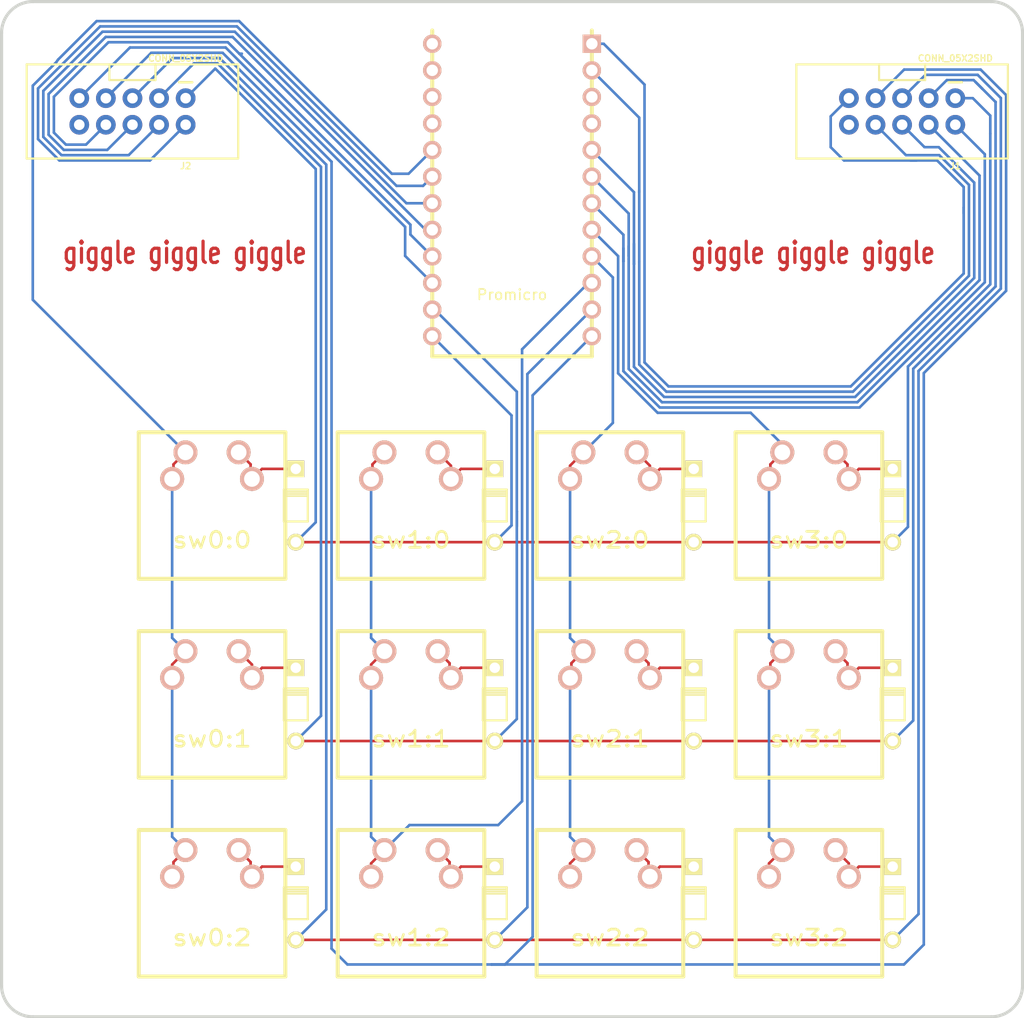
<source format=kicad_pcb>
(kicad_pcb (version 20171130) (host pcbnew "(5.1.2)-2")

  (general
    (thickness 1.6002)
    (drawings 19)
    (tracks 584)
    (zones 0)
    (modules 85)
    (nets 58)
  )

  (page A4)
  (title_block
    (date "14 oct 2019")
  )

  (layers
    (0 Front signal)
    (31 Back signal)
    (32 B.Adhes user)
    (33 F.Adhes user)
    (34 B.Paste user)
    (35 F.Paste user)
    (36 B.SilkS user)
    (37 F.SilkS user)
    (38 B.Mask user)
    (39 F.Mask user)
    (40 Dwgs.User user)
    (41 Cmts.User user)
    (42 Eco1.User user)
    (43 Eco2.User user)
    (44 Edge.Cuts user)
    (45 Margin user)
    (46 B.CrtYd user)
    (47 F.CrtYd user)
  )

  (setup
    (last_trace_width 0.254)
    (trace_clearance 0.254)
    (zone_clearance 0.508)
    (zone_45_only no)
    (trace_min 0.2032)
    (via_size 0.889)
    (via_drill 0.635)
    (via_min_size 0.889)
    (via_min_drill 0.508)
    (uvia_size 0.508)
    (uvia_drill 0.127)
    (uvias_allowed no)
    (uvia_min_size 0.508)
    (uvia_min_drill 0.127)
    (edge_width 0.381)
    (segment_width 0.381)
    (pcb_text_width 0.3048)
    (pcb_text_size 1.524 2.032)
    (mod_edge_width 0.381)
    (mod_text_size 1.524 1.524)
    (mod_text_width 0.3048)
    (pad_size 1.7526 1.7526)
    (pad_drill 1.0922)
    (pad_to_mask_clearance 0.254)
    (aux_axis_origin 0 0)
    (visible_elements 7FFFFFFF)
    (pcbplotparams
      (layerselection 0x0ffff_ffffffff)
      (usegerberextensions true)
      (usegerberattributes false)
      (usegerberadvancedattributes false)
      (creategerberjobfile false)
      (excludeedgelayer true)
      (linewidth 0.150000)
      (plotframeref false)
      (viasonmask false)
      (mode 1)
      (useauxorigin false)
      (hpglpennumber 1)
      (hpglpenspeed 20)
      (hpglpendiameter 15.000000)
      (psnegative false)
      (psa4output false)
      (plotreference true)
      (plotvalue true)
      (plotinvisibletext false)
      (padsonsilk false)
      (subtractmaskfromsilk false)
      (outputformat 1)
      (mirror false)
      (drillshape 0)
      (scaleselection 1)
      (outputdirectory "giggle-main-gbr/"))
  )

  (gr_text "giggle giggle giggle" (at 105 52) (layer Front)
    (effects (font (size 2.032 1.524) (thickness 0.3048)))
  )

  (gr_text "giggle giggle giggle" (at 45 52) (layer Front)
    (effects (font (size 2.032 1.524) (thickness 0.3048)))
  )
(net 0 "")
(net 1 N-row-0)
(net 2 N-row-1)
(net 3 N-row-2)
(net 4 N-row-3)
(net 5 N-col-0)
(net 6 N-col-1)
(net 7 N-col-2)
(net 8 N-col-3)
(net 9 N-col-4)
(net 10 N-col-5)
(net 11 N-col-6)
(net 12 N-col-7)
(net 13 N-col-8)
(net 14 N-col-9)
(net 15 N-col-10)
(net 16 N-col-11)
(net 17 N-col-12)
(net 18 N-col-13)
(net 19 N-diode-0)
(net 20 N-diode-1)
(net 21 N-diode-2)
(net 22 N-diode-3)
(net 23 N-diode-4)
(net 24 N-diode-5)
(net 25 N-diode-6)
(net 26 N-diode-7)
(net 27 N-diode-8)
(net 28 N-diode-9)
(net 29 N-diode-10)
(net 30 N-diode-11)
(net 31 N-diode-12)
(net 32 N-diode-13)
(net 33 N-diode-14)
(net 34 N-diode-15)
(net 35 N-diode-16)
(net 36 N-diode-17)
(net 37 N-diode-18)
(net 38 N-diode-19)
(net 39 N-diode-20)
(net 40 N-diode-21)
(net 41 N-diode-22)
(net 42 N-diode-23)
(net 43 N-diode-24)
(net 44 N-diode-25)
(net 45 N-diode-26)
(net 46 N-diode-27)
(net 47 N-diode-28)
(net 48 N-diode-29)
(net 49 N-diode-30)
(net 50 N-diode-31)
(net 51 N-diode-32)
(net 52 N-diode-33)
(net 53 N-diode-34)
(net 54 N-diode-35)
(net 55 N-diode-36)
(net 56 N-diode-37)
(net 57 N-diode-38)
(net 58 N-diode-39)
(net 59 N-diode-40)
(net 60 N-diode-41)
(net 61 N-diode-42)
(net 62 N-diode-43)
(net 63 N-diode-44)
(net 64 N-diode-45)
(net 65 N-diode-46)
(net 66 N-diode-47)
(net 67 N-diode-48)
(net 68 N-diode-49)
(net 69 N-diode-50)
(net 70 N-diode-51)
(module connector-shrouded (layer F.Cu)
  (tedit 200000)
  (at 40 38.5 270)
  (descr "PLATED THROUGH HOLE - 2X5 SHROUDED HEADER")
  (tags "PLATED THROUGH HOLE - 2X5 SHROUDED HEADER")
  (attr virtual)
  (fp_text
   reference
   "J2"
   (at 5.207 -5.08)
   (layer F.SilkS)
   (effects (font (size 0.6096 0.6096) (thickness 0.127))))
  (fp_text
   value
   "CONN_05X2SHD"
   (at -5.08 -5.08)
   (layer F.SilkS)
   (effects (font (size 0.6096 0.6096) (thickness 0.127))))
  (fp_line
   (start -1.524 -4.826)
   (end -1.016 -4.826)
   (layer Dwgs.User)
   (width 0.06604))
  (fp_line
   (start -1.016 -4.826)
   (end -1.016 -5.334)
   (layer Dwgs.User)
   (width 0.06604))
  (fp_line
   (start -1.524 -5.334)
   (end -1.016 -5.334)
   (layer Dwgs.User)
   (width 0.06604))
  (fp_line
   (start -1.524 -4.826)
   (end -1.524 -5.334)
   (layer Dwgs.User)
   (width 0.06604))
  (fp_line
   (start 1.016 -4.826)
   (end 1.524 -4.826)
   (layer Dwgs.User)
   (width 0.06604))
  (fp_line
   (start 1.524 -4.826)
   (end 1.524 -5.334)
   (layer Dwgs.User)
   (width 0.06604))
  (fp_line
   (start 1.016 -5.334)
   (end 1.524 -5.334)
   (layer Dwgs.User)
   (width 0.06604))
  (fp_line
   (start 1.016 -4.826)
   (end 1.016 -5.334)
   (layer Dwgs.User)
   (width 0.06604))
  (fp_line
   (start 1.016 -2.286)
   (end 1.524 -2.286)
   (layer Dwgs.User)
   (width 0.06604))
  (fp_line
   (start 1.524 -2.286)
   (end 1.524 -2.794)
   (layer Dwgs.User)
   (width 0.06604))
  (fp_line
   (start 1.016 -2.794)
   (end 1.524 -2.794)
   (layer Dwgs.User)
   (width 0.06604))
  (fp_line
   (start 1.016 -2.286)
   (end 1.016 -2.794)
   (layer Dwgs.User)
   (width 0.06604))
  (fp_line
   (start -1.524 -2.286)
   (end -1.016 -2.286)
   (layer Dwgs.User)
   (width 0.06604))
  (fp_line
   (start -1.016 -2.286)
   (end -1.016 -2.794)
   (layer Dwgs.User)
   (width 0.06604))
  (fp_line
   (start -1.524 -2.794)
   (end -1.016 -2.794)
   (layer Dwgs.User)
   (width 0.06604))
  (fp_line
   (start -1.524 -2.286)
   (end -1.524 -2.794)
   (layer Dwgs.User)
   (width 0.06604))
  (fp_line
   (start 1.016 0.254)
   (end 1.524 0.254)
   (layer Dwgs.User)
   (width 0.06604))
  (fp_line
   (start 1.524 0.254)
   (end 1.524 -0.254)
   (layer Dwgs.User)
   (width 0.06604))
  (fp_line
   (start 1.016 -0.254)
   (end 1.524 -0.254)
   (layer Dwgs.User)
   (width 0.06604))
  (fp_line
   (start 1.016 0.254)
   (end 1.016 -0.254)
   (layer Dwgs.User)
   (width 0.06604))
  (fp_line
   (start -1.524 0.254)
   (end -1.016 0.254)
   (layer Dwgs.User)
   (width 0.06604))
  (fp_line
   (start -1.016 0.254)
   (end -1.016 -0.254)
   (layer Dwgs.User)
   (width 0.06604))
  (fp_line
   (start -1.524 -0.254)
   (end -1.016 -0.254)
   (layer Dwgs.User)
   (width 0.06604))
  (fp_line
   (start -1.524 0.254)
   (end -1.524 -0.254)
   (layer Dwgs.User)
   (width 0.06604))
  (fp_line
   (start 1.016 2.794)
   (end 1.524 2.794)
   (layer Dwgs.User)
   (width 0.06604))
  (fp_line
   (start 1.524 2.794)
   (end 1.524 2.286)
   (layer Dwgs.User)
   (width 0.06604))
  (fp_line
   (start 1.016 2.286)
   (end 1.524 2.286)
   (layer Dwgs.User)
   (width 0.06604))
  (fp_line
   (start 1.016 2.794)
   (end 1.016 2.286)
   (layer Dwgs.User)
   (width 0.06604))
  (fp_line
   (start -1.524 2.794)
   (end -1.016 2.794)
   (layer Dwgs.User)
   (width 0.06604))
  (fp_line
   (start -1.016 2.794)
   (end -1.016 2.286)
   (layer Dwgs.User)
   (width 0.06604))
  (fp_line
   (start -1.524 2.286)
   (end -1.016 2.286)
   (layer Dwgs.User)
   (width 0.06604))
  (fp_line
   (start -1.524 2.794)
   (end -1.524 2.286)
   (layer Dwgs.User)
   (width 0.06604))
  (fp_line
   (start 1.016 5.334)
   (end 1.524 5.334)
   (layer Dwgs.User)
   (width 0.06604))
  (fp_line
   (start 1.524 5.334)
   (end 1.524 4.826)
   (layer Dwgs.User)
   (width 0.06604))
  (fp_line
   (start 1.016 4.826)
   (end 1.524 4.826)
   (layer Dwgs.User)
   (width 0.06604))
  (fp_line
   (start 1.016 5.334)
   (end 1.016 4.826)
   (layer Dwgs.User)
   (width 0.06604))
  (fp_line
   (start -1.524 5.334)
   (end -1.016 5.334)
   (layer Dwgs.User)
   (width 0.06604))
  (fp_line
   (start -1.016 5.334)
   (end -1.016 4.826)
   (layer Dwgs.User)
   (width 0.06604))
  (fp_line
   (start -1.524 4.826)
   (end -1.016 4.826)
   (layer Dwgs.User)
   (width 0.06604))
  (fp_line
   (start -1.524 5.334)
   (end -1.524 4.826)
   (layer Dwgs.User)
   (width 0.06604))
  (fp_line
   (start -1.524 2.794)
   (end -1.016 2.794)
   (layer Dwgs.User)
   (width 0.06604))
  (fp_line
   (start -1.016 2.794)
   (end -1.016 2.286)
   (layer Dwgs.User)
   (width 0.06604))
  (fp_line
   (start -1.524 2.286)
   (end -1.016 2.286)
   (layer Dwgs.User)
   (width 0.06604))
  (fp_line
   (start -1.524 2.794)
   (end -1.524 2.286)
   (layer Dwgs.User)
   (width 0.06604))
  (fp_line
   (start 1.016 2.794)
   (end 1.524 2.794)
   (layer Dwgs.User)
   (width 0.06604))
  (fp_line
   (start 1.524 2.794)
   (end 1.524 2.286)
   (layer Dwgs.User)
   (width 0.06604))
  (fp_line
   (start 1.016 2.286)
   (end 1.524 2.286)
   (layer Dwgs.User)
   (width 0.06604))
  (fp_line
   (start 1.016 2.794)
   (end 1.016 2.286)
   (layer Dwgs.User)
   (width 0.06604))
  (fp_line
   (start -2.77368 -5.715)
   (end -2.77368 -4.445)
   (layer F.SilkS)
   (width 0.2032))
  (fp_line
   (start 4.49834 -10.09904)
   (end 4.49834 10.09904)
   (layer F.SilkS)
   (width 0.2032))
  (fp_line
   (start -4.49834 10.09904)
   (end -4.49834 2.19964)
   (layer F.SilkS)
   (width 0.2032))
  (fp_line
   (start -4.49834 2.19964)
   (end -4.49834 -2.19964)
   (layer F.SilkS)
   (width 0.2032))
  (fp_line
   (start -4.49834 -2.19964)
   (end -4.49834 -10.09904)
   (layer F.SilkS)
   (width 0.2032))
  (fp_line
   (start -4.49834 -10.09904)
   (end 4.39928 -10.09904)
   (layer F.SilkS)
   (width 0.2032))
  (fp_line
   (start 4.49834 10.09904)
   (end -4.49834 10.09904)
   (layer F.SilkS)
   (width 0.2032))
  (fp_line
   (start -3.39852 -8.99922)
   (end 3.39852 -8.99922)
   (layer Dwgs.User)
   (width 0.2032))
  (fp_line
   (start 3.39852 -8.99922)
   (end 3.39852 8.99922)
   (layer Dwgs.User)
   (width 0.2032))
  (fp_line
   (start -3.39852 8.99922)
   (end 3.39852 8.99922)
   (layer Dwgs.User)
   (width 0.2032))
  (fp_line
   (start -4.49834 -2.19964)
   (end -2.99974 -2.19964)
   (layer F.SilkS)
   (width 0.2032))
  (fp_line
   (start -2.99974 -2.19964)
   (end -2.99974 2.19964)
   (layer F.SilkS)
   (width 0.2032))
  (fp_line
   (start -2.99974 2.19964)
   (end -4.49834 2.19964)
   (layer F.SilkS)
   (width 0.2032))
  (fp_line
   (start -3.39852 -8.99922)
   (end -3.39852 -2.19964)
   (layer Dwgs.User)
   (width 0.2032))
  (fp_line
   (start -3.39852 8.99922)
   (end -3.39852 2.19964)
   (layer Dwgs.User)
   (width 0.2032))
  (fp_line
   (start -2.81178 -5.715)
   (end -2.81178 -4.445)
   (layer F.SilkS)
   (width 0.2032))
  (pad
   1
   thru_hole
   circle
   (at -1.27 -5.08)
   (size 1.8796 1.8796)
   (drill 1.016)
   (layers *.Cu *.Mask)
   (net 1 N-row-0)
   (solder_mask_margin 0.1016))
  (pad
   2
   thru_hole
   circle
   (at 1.27 -5.08)
   (size 1.8796 1.8796)
   (drill 1.016)
   (layers *.Cu *.Mask)
   (net 8 N-col-3)
   (solder_mask_margin 0.1016))
  (pad
   3
   thru_hole
   circle
   (at -1.27 -2.54)
   (size 1.8796 1.8796)
   (drill 1.016)
   (layers *.Cu *.Mask)
   (net 2 N-row-1)
   (solder_mask_margin 0.1016))
  (pad
   4
   thru_hole
   circle
   (at 1.27 -2.54)
   (size 1.8796 1.8796)
   (drill 1.016)
   (layers *.Cu *.Mask)
   (net 7 N-col-2)
   (solder_mask_margin 0.1016))
  (pad
   5
   thru_hole
   circle
   (at -1.27 0)
   (size 1.8796 1.8796)
   (drill 1.016)
   (layers *.Cu *.Mask)
   (net 3 N-row-2)
   (solder_mask_margin 0.1016))
  (pad
   6
   thru_hole
   circle
   (at 1.27 0)
   (size 1.8796 1.8796)
   (drill 1.016)
   (layers *.Cu *.Mask)
   (net 6 N-col-1)
   (solder_mask_margin 0.1016))
  (pad
   7
   thru_hole
   circle
   (at -1.27 2.54)
   (size 1.8796 1.8796)
   (drill 1.016)
   (layers *.Cu *.Mask)
   (net 4 N-row-3)
   (solder_mask_margin 0.1016))
  (pad
   8
   thru_hole
   circle
   (at 1.27 2.54)
   (size 1.8796 1.8796)
   (drill 1.016)
   (layers *.Cu *.Mask)
   (net 5 N-col-0)
   (solder_mask_margin 0.1016))
  (pad
   9
   thru_hole
   circle
   (at -1.27 5.08)
   (size 1.8796 1.8796)
   (drill 1.016)
   (layers *.Cu *.Mask)
   (net 9 N-col-4)
   (solder_mask_margin 0.1016))
  (pad
   10
   thru_hole
   circle
   (at 1.27 5.08)
   (size 1.8796 1.8796)
   (drill 1.016)
   (layers *.Cu *.Mask)
   (solder_mask_margin 0.1016)))
(module connector-shrouded (layer F.Cu)
  (tedit 200000)
  (at 113.5 38.5 270)
  (descr "PLATED THROUGH HOLE - 2X5 SHROUDED HEADER")
  (tags "PLATED THROUGH HOLE - 2X5 SHROUDED HEADER")
  (attr virtual)
  (fp_text
   reference
   "J1"
   (at 5.207 -5.08)
   (layer F.SilkS)
   (effects (font (size 0.6096 0.6096) (thickness 0.127))))
  (fp_text
   value
   "CONN_05X2SHD"
   (at -5.08 -5.08)
   (layer F.SilkS)
   (effects (font (size 0.6096 0.6096) (thickness 0.127))))
  (fp_line
   (start -1.524 -4.826)
   (end -1.016 -4.826)
   (layer Dwgs.User)
   (width 0.06604))
  (fp_line
   (start -1.016 -4.826)
   (end -1.016 -5.334)
   (layer Dwgs.User)
   (width 0.06604))
  (fp_line
   (start -1.524 -5.334)
   (end -1.016 -5.334)
   (layer Dwgs.User)
   (width 0.06604))
  (fp_line
   (start -1.524 -4.826)
   (end -1.524 -5.334)
   (layer Dwgs.User)
   (width 0.06604))
  (fp_line
   (start 1.016 -4.826)
   (end 1.524 -4.826)
   (layer Dwgs.User)
   (width 0.06604))
  (fp_line
   (start 1.524 -4.826)
   (end 1.524 -5.334)
   (layer Dwgs.User)
   (width 0.06604))
  (fp_line
   (start 1.016 -5.334)
   (end 1.524 -5.334)
   (layer Dwgs.User)
   (width 0.06604))
  (fp_line
   (start 1.016 -4.826)
   (end 1.016 -5.334)
   (layer Dwgs.User)
   (width 0.06604))
  (fp_line
   (start 1.016 -2.286)
   (end 1.524 -2.286)
   (layer Dwgs.User)
   (width 0.06604))
  (fp_line
   (start 1.524 -2.286)
   (end 1.524 -2.794)
   (layer Dwgs.User)
   (width 0.06604))
  (fp_line
   (start 1.016 -2.794)
   (end 1.524 -2.794)
   (layer Dwgs.User)
   (width 0.06604))
  (fp_line
   (start 1.016 -2.286)
   (end 1.016 -2.794)
   (layer Dwgs.User)
   (width 0.06604))
  (fp_line
   (start -1.524 -2.286)
   (end -1.016 -2.286)
   (layer Dwgs.User)
   (width 0.06604))
  (fp_line
   (start -1.016 -2.286)
   (end -1.016 -2.794)
   (layer Dwgs.User)
   (width 0.06604))
  (fp_line
   (start -1.524 -2.794)
   (end -1.016 -2.794)
   (layer Dwgs.User)
   (width 0.06604))
  (fp_line
   (start -1.524 -2.286)
   (end -1.524 -2.794)
   (layer Dwgs.User)
   (width 0.06604))
  (fp_line
   (start 1.016 0.254)
   (end 1.524 0.254)
   (layer Dwgs.User)
   (width 0.06604))
  (fp_line
   (start 1.524 0.254)
   (end 1.524 -0.254)
   (layer Dwgs.User)
   (width 0.06604))
  (fp_line
   (start 1.016 -0.254)
   (end 1.524 -0.254)
   (layer Dwgs.User)
   (width 0.06604))
  (fp_line
   (start 1.016 0.254)
   (end 1.016 -0.254)
   (layer Dwgs.User)
   (width 0.06604))
  (fp_line
   (start -1.524 0.254)
   (end -1.016 0.254)
   (layer Dwgs.User)
   (width 0.06604))
  (fp_line
   (start -1.016 0.254)
   (end -1.016 -0.254)
   (layer Dwgs.User)
   (width 0.06604))
  (fp_line
   (start -1.524 -0.254)
   (end -1.016 -0.254)
   (layer Dwgs.User)
   (width 0.06604))
  (fp_line
   (start -1.524 0.254)
   (end -1.524 -0.254)
   (layer Dwgs.User)
   (width 0.06604))
  (fp_line
   (start 1.016 2.794)
   (end 1.524 2.794)
   (layer Dwgs.User)
   (width 0.06604))
  (fp_line
   (start 1.524 2.794)
   (end 1.524 2.286)
   (layer Dwgs.User)
   (width 0.06604))
  (fp_line
   (start 1.016 2.286)
   (end 1.524 2.286)
   (layer Dwgs.User)
   (width 0.06604))
  (fp_line
   (start 1.016 2.794)
   (end 1.016 2.286)
   (layer Dwgs.User)
   (width 0.06604))
  (fp_line
   (start -1.524 2.794)
   (end -1.016 2.794)
   (layer Dwgs.User)
   (width 0.06604))
  (fp_line
   (start -1.016 2.794)
   (end -1.016 2.286)
   (layer Dwgs.User)
   (width 0.06604))
  (fp_line
   (start -1.524 2.286)
   (end -1.016 2.286)
   (layer Dwgs.User)
   (width 0.06604))
  (fp_line
   (start -1.524 2.794)
   (end -1.524 2.286)
   (layer Dwgs.User)
   (width 0.06604))
  (fp_line
   (start 1.016 5.334)
   (end 1.524 5.334)
   (layer Dwgs.User)
   (width 0.06604))
  (fp_line
   (start 1.524 5.334)
   (end 1.524 4.826)
   (layer Dwgs.User)
   (width 0.06604))
  (fp_line
   (start 1.016 4.826)
   (end 1.524 4.826)
   (layer Dwgs.User)
   (width 0.06604))
  (fp_line
   (start 1.016 5.334)
   (end 1.016 4.826)
   (layer Dwgs.User)
   (width 0.06604))
  (fp_line
   (start -1.524 5.334)
   (end -1.016 5.334)
   (layer Dwgs.User)
   (width 0.06604))
  (fp_line
   (start -1.016 5.334)
   (end -1.016 4.826)
   (layer Dwgs.User)
   (width 0.06604))
  (fp_line
   (start -1.524 4.826)
   (end -1.016 4.826)
   (layer Dwgs.User)
   (width 0.06604))
  (fp_line
   (start -1.524 5.334)
   (end -1.524 4.826)
   (layer Dwgs.User)
   (width 0.06604))
  (fp_line
   (start -1.524 2.794)
   (end -1.016 2.794)
   (layer Dwgs.User)
   (width 0.06604))
  (fp_line
   (start -1.016 2.794)
   (end -1.016 2.286)
   (layer Dwgs.User)
   (width 0.06604))
  (fp_line
   (start -1.524 2.286)
   (end -1.016 2.286)
   (layer Dwgs.User)
   (width 0.06604))
  (fp_line
   (start -1.524 2.794)
   (end -1.524 2.286)
   (layer Dwgs.User)
   (width 0.06604))
  (fp_line
   (start 1.016 2.794)
   (end 1.524 2.794)
   (layer Dwgs.User)
   (width 0.06604))
  (fp_line
   (start 1.524 2.794)
   (end 1.524 2.286)
   (layer Dwgs.User)
   (width 0.06604))
  (fp_line
   (start 1.016 2.286)
   (end 1.524 2.286)
   (layer Dwgs.User)
   (width 0.06604))
  (fp_line
   (start 1.016 2.794)
   (end 1.016 2.286)
   (layer Dwgs.User)
   (width 0.06604))
  (fp_line
   (start -2.77368 -5.715)
   (end -2.77368 -4.445)
   (layer F.SilkS)
   (width 0.2032))
  (fp_line
   (start 4.49834 -10.09904)
   (end 4.49834 10.09904)
   (layer F.SilkS)
   (width 0.2032))
  (fp_line
   (start -4.49834 10.09904)
   (end -4.49834 2.19964)
   (layer F.SilkS)
   (width 0.2032))
  (fp_line
   (start -4.49834 2.19964)
   (end -4.49834 -2.19964)
   (layer F.SilkS)
   (width 0.2032))
  (fp_line
   (start -4.49834 -2.19964)
   (end -4.49834 -10.09904)
   (layer F.SilkS)
   (width 0.2032))
  (fp_line
   (start -4.49834 -10.09904)
   (end 4.39928 -10.09904)
   (layer F.SilkS)
   (width 0.2032))
  (fp_line
   (start 4.49834 10.09904)
   (end -4.49834 10.09904)
   (layer F.SilkS)
   (width 0.2032))
  (fp_line
   (start -3.39852 -8.99922)
   (end 3.39852 -8.99922)
   (layer Dwgs.User)
   (width 0.2032))
  (fp_line
   (start 3.39852 -8.99922)
   (end 3.39852 8.99922)
   (layer Dwgs.User)
   (width 0.2032))
  (fp_line
   (start -3.39852 8.99922)
   (end 3.39852 8.99922)
   (layer Dwgs.User)
   (width 0.2032))
  (fp_line
   (start -4.49834 -2.19964)
   (end -2.99974 -2.19964)
   (layer F.SilkS)
   (width 0.2032))
  (fp_line
   (start -2.99974 -2.19964)
   (end -2.99974 2.19964)
   (layer F.SilkS)
   (width 0.2032))
  (fp_line
   (start -2.99974 2.19964)
   (end -4.49834 2.19964)
   (layer F.SilkS)
   (width 0.2032))
  (fp_line
   (start -3.39852 -8.99922)
   (end -3.39852 -2.19964)
   (layer Dwgs.User)
   (width 0.2032))
  (fp_line
   (start -3.39852 8.99922)
   (end -3.39852 2.19964)
   (layer Dwgs.User)
   (width 0.2032))
  (fp_line
   (start -2.81178 -5.715)
   (end -2.81178 -4.445)
   (layer F.SilkS)
   (width 0.2032))
  (pad
   1
   thru_hole
   circle
   (at -1.27 -5.08)
   (size 1.8796 1.8796)
   (drill 1.016)
   (layers *.Cu *.Mask)
   (net 1 N-row-0)
   (solder_mask_margin 0.1016))
  (pad
   2
   thru_hole
   circle
   (at 1.27 -5.08)
   (size 1.8796 1.8796)
   (drill 1.016)
   (layers *.Cu *.Mask)
   (net 17 N-col-12)
   (solder_mask_margin 0.1016))
  (pad
   3
   thru_hole
   circle
   (at -1.27 -2.54)
   (size 1.8796 1.8796)
   (drill 1.016)
   (layers *.Cu *.Mask)
   (net 2 N-row-1)
   (solder_mask_margin 0.1016))
  (pad
   4
   thru_hole
   circle
   (at 1.27 -2.54)
   (size 1.8796 1.8796)
   (drill 1.016)
   (layers *.Cu *.Mask)
   (net 16 N-col-11)
   (solder_mask_margin 0.1016))
  (pad
   5
   thru_hole
   circle
   (at -1.27 0)
   (size 1.8796 1.8796)
   (drill 1.016)
   (layers *.Cu *.Mask)
   (net 3 N-row-2)
   (solder_mask_margin 0.1016))
  (pad
   6
   thru_hole
   circle
   (at 1.27 0)
   (size 1.8796 1.8796)
   (drill 1.016)
   (layers *.Cu *.Mask)
   (net 15 N-col-10)
   (solder_mask_margin 0.1016))
  (pad
   7
   thru_hole
   circle
   (at -1.27 2.54)
   (size 1.8796 1.8796)
   (drill 1.016)
   (layers *.Cu *.Mask)
   (net 4 N-row-3)
   (solder_mask_margin 0.1016))
  (pad
   8
   thru_hole
   circle
   (at 1.27 2.54)
   (size 1.8796 1.8796)
   (drill 1.016)
   (layers *.Cu *.Mask)
   (net 14 N-col-9)
   (solder_mask_margin 0.1016))
  (pad
   9
   thru_hole
   circle
   (at -1.27 5.08)
   (size 1.8796 1.8796)
   (drill 1.016)
   (layers *.Cu *.Mask)
   (net 18 N-col-13)
   (solder_mask_margin 0.1016))
  (pad
   10
   thru_hole
   circle
   (at 1.27 5.08)
   (size 1.8796 1.8796)
   (drill 1.016)
   (layers *.Cu *.Mask)
   (solder_mask_margin 0.1016)))
(module PROMICRO (layer Front)
  (tedit 4FDC31C8)
  (tstamp 543EF800)
  (at 76.25 46 270)
  (path /543EEB02)
  (fp_text
   reference
   Promicro
   (at 10 0)
   (layer F.SilkS)
   (effects (font (size 1 1) (thickness 0.15))))
  (fp_line (start -15.24 7.62) (end 15.9 7.62) (layer F.SilkS) (width 0.381))
  (fp_line (start 15.9 7.62) (end 15.9 -7.62) (layer F.SilkS) (width 0.381))
  (fp_line (start 15.9 -7.62) (end -15.24 -7.62) (layer F.SilkS) (width 0.381))
  (pad
   B5
   thru_hole
   circle
   (at 13.97 -7.62 270)
   (size 1.7526 1.7526)
   (drill 1.0922)
   (layers *.Cu *.SilkS *.Mask)
   (net 4 N-row-3))
  (pad
   B4
   thru_hole
   circle
   (at 11.43 -7.62 270)
   (size 1.7526 1.7526)
   (drill 1.0922)
   (layers *.Cu *.SilkS *.Mask)
   (net 3 N-row-2))
  (pad
   E6
   thru_hole
   circle
   (at 8.89 -7.62 270)
   (size 1.7526 1.7526)
   (drill 1.0922)
   (layers *.Cu *.SilkS *.Mask)
   (net 11 N-col-6))
  (pad
   D7
   thru_hole
   circle
   (at 6.35 -7.62 270)
   (size 1.7526 1.7526)
   (drill 1.0922)
   (layers *.Cu *.SilkS *.Mask)
   (net 12 N-col-7))
  (pad
   C6
   thru_hole
   circle
   (at 3.81 -7.62 270)
   (size 1.7526 1.7526)
   (drill 1.0922)
   (layers *.Cu *.SilkS *.Mask)
   (net 13 N-col-8))
  (pad
   D4
   thru_hole
   circle
   (at 1.27 -7.62 270)
   (size 1.7526 1.7526)
   (drill 1.0922)
   (layers *.Cu *.SilkS *.Mask)
   (net 17 N-col-12))
  (pad
   D0
   thru_hole
   circle
   (at -1.27 -7.62 270)
   (size 1.7526 1.7526)
   (drill 1.0922)
   (layers *.Cu *.SilkS *.Mask)
   (net 16 N-col-11))
  (pad
   D1
   thru_hole
   circle
   (at -3.81 -7.62 270)
   (size 1.7526 1.7526)
   (drill 1.0922)
   (layers *.Cu *.SilkS *.Mask)
   (net 15 N-col-10))
  (pad
   GND
   thru_hole
   circle
   (at -6.35 -7.62 270)
   (size 1.7526 1.7526)
   (drill 1.0922)
   (layers *.Cu *.SilkS *.Mask))
  (pad
   GND
   thru_hole
   circle
   (at -8.89 -7.62 270)
   (size 1.7526 1.7526)
   (drill 1.0922)
   (layers *.Cu *.SilkS *.Mask))
  (pad
   RX1
   thru_hole
   circle
   (at -11.43 -7.62 270)
   (size 1.7526 1.7526)
   (drill 1.0922)
   (layers *.Cu *.SilkS *.Mask)
   (net 14 N-col-9))
  (pad
   TX0
   thru_hole
   rect
   (at -13.97 -7.62 270)
   (size 1.7526 1.7526)
   (drill 1.0922)
   (layers *.Cu *.SilkS *.Mask)
   (net 18 N-col-13))
  (pad
   B6
   thru_hole
   circle
   (at 13.97 7.62 270)
   (size 1.7526 1.7526)
   (drill 1.0922)
   (layers *.Cu *.SilkS *.Mask)
   (net 1 N-row-0))
  (pad
   B2
   thru_hole
   circle
   (at 11.43 7.62 270)
   (size 1.7526 1.7526)
   (drill 1.0922)
   (layers *.Cu *.SilkS *.Mask)
   (net 2 N-row-1))
  (pad
   B3
   thru_hole
   circle
   (at 8.89 7.62 270)
   (size 1.7526 1.7526)
   (drill 1.0922)
   (layers *.Cu *.SilkS *.Mask)
   (net 9 N-col-4))
  (pad
   B1
   thru_hole
   circle
   (at 6.35 7.62 270)
   (size 1.7526 1.7526)
   (drill 1.0922)
   (layers *.Cu *.SilkS *.Mask)
   (net 5 N-col-0))
  (pad
   F7
   thru_hole
   circle
   (at 3.81 7.62 270)
   (size 1.7526 1.7526)
   (drill 1.0922)
   (layers *.Cu *.SilkS *.Mask)
   (net 6 N-col-1))
  (pad
   F6
   thru_hole
   circle
   (at 1.27 7.62 270)
   (size 1.7526 1.7526)
   (drill 1.0922)
   (layers *.Cu *.SilkS *.Mask)
   (net 7 N-col-2))
  (pad
   F5
   thru_hole
   circle
   (at -1.27 7.62 270)
   (size 1.7526 1.7526)
   (drill 1.0922)
   (layers *.Cu *.SilkS *.Mask)
   (net 8 N-col-3))
  (pad
   F4
   thru_hole
   circle
   (at -3.81 7.62 270)
   (size 1.7526 1.7526)
   (drill 1.0922)
   (layers *.Cu *.SilkS *.Mask)
   (net 10 N-col-5))
  (pad
   VCC
   thru_hole
   circle
   (at -6.35 7.62 270)
   (size 1.7526 1.7526)
   (drill 1.0922)
   (layers *.Cu *.SilkS *.Mask))
  (pad
   RST
   thru_hole
   circle
   (at -8.89 7.62 270)
   (size 1.7526 1.7526)
   (drill 1.0922)
   (layers *.Cu *.SilkS *.Mask))
  (pad
   GND
   thru_hole
   circle
   (at -11.43 7.62 270)
   (size 1.7526 1.7526)
   (drill 1.0922)
   (layers *.Cu *.SilkS *.Mask))
  (pad
   RAW
   thru_hole
   circle
   (at -13.97 7.62 270)
   (size 1.7526 1.7526)
   (drill 1.0922)
   (layers *.Cu *.SilkS *.Mask)))
(gr_line (start 122 28) (end 30.5 28) (angle 90) (layer Edge.Cuts) (width 0.3))
(gr_line (start 125 31) (end 125 122) (angle 90) (layer Edge.Cuts) (width 0.3))
(gr_line
 (start 27.5 31)
 (end 27.5 122)
 (angle 90)
 (layer Edge.Cuts)
 (width 0.3))
(gr_line
 (start 122 125)
 (end 30.5 125)
 (angle 90)
 (layer Edge.Cuts)
 (width 0.3))
(gr_arc (start 122 31) (end 125 31) (angle -90) (layer Edge.Cuts) (width 0.3))
(gr_arc
 (start 30.5 31)
 (end 30.5 28)
 (angle -90)
 (layer Edge.Cuts)
 (width 0.3))
(gr_arc
 (start 122 122)
 (end 122 125)
 (angle -90)
 (layer Edge.Cuts)
 (width 0.3))
(gr_arc
 (start 30.5 122)
 (end 27.5 122)
 (angle -90)
 (layer Edge.Cuts)
 (width 0.3))
(module MX_FLIP (layer Front)
  (tedit 4FD81CDD)
  (tstamp 543EF801)
  (at 47.6 76.15 0)
  (path /543DB910)
  (fp_text
   reference
   "sw0:0"
   (at 0 3.302 0)
   (layer F.SilkS)
   (effects (font (size 1.524 1.778) (thickness 0.254))))
  (fp_line (start -7 -7) (end 7 -7) (layer F.SilkS) (width 0.381))
  (fp_line (start 7 -7) (end 7 7) (layer F.SilkS) (width 0.381))
  (fp_line (start 7 7) (end -7 7) (layer F.SilkS) (width 0.381))
  (fp_line (start -7 7) (end -7 -7) (layer F.SilkS) (width 0.381))
  (pad 0 np_thru_hole circle (at 0 0) (size 3.9878 3.9878) (drill 3.9878))
  (pad 0 np_thru_hole circle (at -5.08 0) (size 1.7018 1.7018) (drill 1.7018))
  (pad 0 np_thru_hole circle (at 5.08 0) (size 1.7018 1.7018) (drill 1.7018))
  (pad
   1
   thru_hole
   circle
   (at 2.54 -5.08)
   (size 2.286 2.286)
   (drill 1.4986)
   (layers *.Cu *.SilkS *.Mask)
   (net 19 N-diode-0))
  (pad
   1
   thru_hole
   circle
   (at 3.81 -2.54)
   (size 2.286 2.286)
   (drill 1.4986)
   (layers *.Cu *.SilkS *.Mask)
   (net 19 N-diode-0))
  (pad
   2
   thru_hole
   circle
   (at -2.54 -5.08)
   (size 2.286 2.286)
   (drill 1.4986)
   (layers *.Cu *.SilkS *.Mask)
   (net 10 N-col-5))
  (pad
   2
   thru_hole
   circle
   (at -3.81 -2.54)
   (size 2.286 2.286)
   (drill 1.4986)
   (layers *.Cu *.SilkS *.Mask)
   (net 10 N-col-5)))
(module DIODE (layer Front)
  (tedit 4E0F7A99)
  (tstamp 543EF854)
  (at 55.6 76.15 90)
  (path /543DB90F)
  (fp_text
   reference
   "d0:0"
   (at 0 0 0)
   (layer F.SilkS)
   hide
   (effects (font (size 1.016 1.016) (thickness 0.2032))))
  (fp_line (start 0.9 1.1) (end 0.9 -1.1) (layer F.SilkS) (width 0.15))
  (fp_line (start 1.1 -1.1) (end 1.1 1.1) (layer F.SilkS) (width 0.15))
  (fp_line (start 1.3 -1) (end 1.3 -1.1) (layer F.SilkS) (width 0.15))
  (fp_line (start 1.3 -1.1) (end 1.3 -1) (layer F.SilkS) (width 0.15))
  (fp_line (start 1.3 1.1) (end 1.3 -1) (layer F.SilkS) (width 0.15))
  (fp_line
   (start -1.524 -1.143)
   (end 1.524 -1.143)
   (layer F.SilkS)
   (width 0.2032))
  (fp_line
   (start 1.524 -1.143)
   (end 1.524 1.143)
   (layer F.SilkS)
   (width 0.2032))
  (fp_line
   (start 1.524 1.143)
   (end -1.524 1.143)
   (layer F.SilkS)
   (width 0.2032))
  (fp_line
   (start -1.524 1.143)
   (end -1.524 -1.143)
   (layer F.SilkS)
   (width 0.2032))
  (pad
   1
   thru_hole
   rect
   (at 3.5 0 90)
   (size 1.6 1.6)
   (drill 1)
   (layers *.Cu *.Mask F.SilkS)
   (net 19 N-diode-0))
  (pad
   2
   thru_hole
   circle
   (at -3.5 0 90)
   (size 1.6 1.6)
   (drill 1)
   (layers *.Cu *.Mask F.SilkS)
   (net 1 N-row-0)))
(module MX_FLIP (layer Front)
  (tedit 4FD81CDD)
  (tstamp 543EF801)
  (at 47.6 95.15 0)
  (path /543DB910)
  (fp_text
   reference
   "sw0:1"
   (at 0 3.302 0)
   (layer F.SilkS)
   (effects (font (size 1.524 1.778) (thickness 0.254))))
  (fp_line (start -7 -7) (end 7 -7) (layer F.SilkS) (width 0.381))
  (fp_line (start 7 -7) (end 7 7) (layer F.SilkS) (width 0.381))
  (fp_line (start 7 7) (end -7 7) (layer F.SilkS) (width 0.381))
  (fp_line (start -7 7) (end -7 -7) (layer F.SilkS) (width 0.381))
  (pad 0 np_thru_hole circle (at 0 0) (size 3.9878 3.9878) (drill 3.9878))
  (pad 0 np_thru_hole circle (at -5.08 0) (size 1.7018 1.7018) (drill 1.7018))
  (pad 0 np_thru_hole circle (at 5.08 0) (size 1.7018 1.7018) (drill 1.7018))
  (pad
   1
   thru_hole
   circle
   (at 2.54 -5.08)
   (size 2.286 2.286)
   (drill 1.4986)
   (layers *.Cu *.SilkS *.Mask)
   (net 20 N-diode-1))
  (pad
   1
   thru_hole
   circle
   (at 3.81 -2.54)
   (size 2.286 2.286)
   (drill 1.4986)
   (layers *.Cu *.SilkS *.Mask)
   (net 20 N-diode-1))
  (pad
   2
   thru_hole
   circle
   (at -2.54 -5.08)
   (size 2.286 2.286)
   (drill 1.4986)
   (layers *.Cu *.SilkS *.Mask)
   (net 10 N-col-5))
  (pad
   2
   thru_hole
   circle
   (at -3.81 -2.54)
   (size 2.286 2.286)
   (drill 1.4986)
   (layers *.Cu *.SilkS *.Mask)
   (net 10 N-col-5)))
(module DIODE (layer Front)
  (tedit 4E0F7A99)
  (tstamp 543EF854)
  (at 55.6 95.15 90)
  (path /543DB90F)
  (fp_text
   reference
   "d0:1"
   (at 0 0 0)
   (layer F.SilkS)
   hide
   (effects (font (size 1.016 1.016) (thickness 0.2032))))
  (fp_line (start 0.9 1.1) (end 0.9 -1.1) (layer F.SilkS) (width 0.15))
  (fp_line (start 1.1 -1.1) (end 1.1 1.1) (layer F.SilkS) (width 0.15))
  (fp_line (start 1.3 -1) (end 1.3 -1.1) (layer F.SilkS) (width 0.15))
  (fp_line (start 1.3 -1.1) (end 1.3 -1) (layer F.SilkS) (width 0.15))
  (fp_line (start 1.3 1.1) (end 1.3 -1) (layer F.SilkS) (width 0.15))
  (fp_line
   (start -1.524 -1.143)
   (end 1.524 -1.143)
   (layer F.SilkS)
   (width 0.2032))
  (fp_line
   (start 1.524 -1.143)
   (end 1.524 1.143)
   (layer F.SilkS)
   (width 0.2032))
  (fp_line
   (start 1.524 1.143)
   (end -1.524 1.143)
   (layer F.SilkS)
   (width 0.2032))
  (fp_line
   (start -1.524 1.143)
   (end -1.524 -1.143)
   (layer F.SilkS)
   (width 0.2032))
  (pad
   1
   thru_hole
   rect
   (at 3.5 0 90)
   (size 1.6 1.6)
   (drill 1)
   (layers *.Cu *.Mask F.SilkS)
   (net 20 N-diode-1))
  (pad
   2
   thru_hole
   circle
   (at -3.5 0 90)
   (size 1.6 1.6)
   (drill 1)
   (layers *.Cu *.Mask F.SilkS)
   (net 2 N-row-1)))
(module MX_FLIP (layer Front)
  (tedit 4FD81CDD)
  (tstamp 543EF801)
  (at 47.6 114.15 0)
  (path /543DB910)
  (fp_text
   reference
   "sw0:2"
   (at 0 3.302 0)
   (layer F.SilkS)
   (effects (font (size 1.524 1.778) (thickness 0.254))))
  (fp_line (start -7 -7) (end 7 -7) (layer F.SilkS) (width 0.381))
  (fp_line (start 7 -7) (end 7 7) (layer F.SilkS) (width 0.381))
  (fp_line (start 7 7) (end -7 7) (layer F.SilkS) (width 0.381))
  (fp_line (start -7 7) (end -7 -7) (layer F.SilkS) (width 0.381))
  (pad 0 np_thru_hole circle (at 0 0) (size 3.9878 3.9878) (drill 3.9878))
  (pad 0 np_thru_hole circle (at -5.08 0) (size 1.7018 1.7018) (drill 1.7018))
  (pad 0 np_thru_hole circle (at 5.08 0) (size 1.7018 1.7018) (drill 1.7018))
  (pad
   1
   thru_hole
   circle
   (at 2.54 -5.08)
   (size 2.286 2.286)
   (drill 1.4986)
   (layers *.Cu *.SilkS *.Mask)
   (net 21 N-diode-2))
  (pad
   1
   thru_hole
   circle
   (at 3.81 -2.54)
   (size 2.286 2.286)
   (drill 1.4986)
   (layers *.Cu *.SilkS *.Mask)
   (net 21 N-diode-2))
  (pad
   2
   thru_hole
   circle
   (at -2.54 -5.08)
   (size 2.286 2.286)
   (drill 1.4986)
   (layers *.Cu *.SilkS *.Mask)
   (net 10 N-col-5))
  (pad
   2
   thru_hole
   circle
   (at -3.81 -2.54)
   (size 2.286 2.286)
   (drill 1.4986)
   (layers *.Cu *.SilkS *.Mask)
   (net 10 N-col-5)))
(module DIODE (layer Front)
  (tedit 4E0F7A99)
  (tstamp 543EF854)
  (at 55.6 114.15 90)
  (path /543DB90F)
  (fp_text
   reference
   "d0:2"
   (at 0 0 0)
   (layer F.SilkS)
   hide
   (effects (font (size 1.016 1.016) (thickness 0.2032))))
  (fp_line (start 0.9 1.1) (end 0.9 -1.1) (layer F.SilkS) (width 0.15))
  (fp_line (start 1.1 -1.1) (end 1.1 1.1) (layer F.SilkS) (width 0.15))
  (fp_line (start 1.3 -1) (end 1.3 -1.1) (layer F.SilkS) (width 0.15))
  (fp_line (start 1.3 -1.1) (end 1.3 -1) (layer F.SilkS) (width 0.15))
  (fp_line (start 1.3 1.1) (end 1.3 -1) (layer F.SilkS) (width 0.15))
  (fp_line
   (start -1.524 -1.143)
   (end 1.524 -1.143)
   (layer F.SilkS)
   (width 0.2032))
  (fp_line
   (start 1.524 -1.143)
   (end 1.524 1.143)
   (layer F.SilkS)
   (width 0.2032))
  (fp_line
   (start 1.524 1.143)
   (end -1.524 1.143)
   (layer F.SilkS)
   (width 0.2032))
  (fp_line
   (start -1.524 1.143)
   (end -1.524 -1.143)
   (layer F.SilkS)
   (width 0.2032))
  (pad
   1
   thru_hole
   rect
   (at 3.5 0 90)
   (size 1.6 1.6)
   (drill 1)
   (layers *.Cu *.Mask F.SilkS)
   (net 21 N-diode-2))
  (pad
   2
   thru_hole
   circle
   (at -3.5 0 90)
   (size 1.6 1.6)
   (drill 1)
   (layers *.Cu *.Mask F.SilkS)
   (net 3 N-row-2)))
(module MX_FLIP (layer Front)
  (tedit 4FD81CDD)
  (tstamp 543EF801)
  (at 66.6 76.15 0)
  (path /543DB910)
  (fp_text
   reference
   "sw1:0"
   (at 0 3.302 0)
   (layer F.SilkS)
   (effects (font (size 1.524 1.778) (thickness 0.254))))
  (fp_line (start -7 -7) (end 7 -7) (layer F.SilkS) (width 0.381))
  (fp_line (start 7 -7) (end 7 7) (layer F.SilkS) (width 0.381))
  (fp_line (start 7 7) (end -7 7) (layer F.SilkS) (width 0.381))
  (fp_line (start -7 7) (end -7 -7) (layer F.SilkS) (width 0.381))
  (pad 0 np_thru_hole circle (at 0 0) (size 3.9878 3.9878) (drill 3.9878))
  (pad 0 np_thru_hole circle (at -5.08 0) (size 1.7018 1.7018) (drill 1.7018))
  (pad 0 np_thru_hole circle (at 5.08 0) (size 1.7018 1.7018) (drill 1.7018))
  (pad
   1
   thru_hole
   circle
   (at 2.54 -5.08)
   (size 2.286 2.286)
   (drill 1.4986)
   (layers *.Cu *.SilkS *.Mask)
   (net 23 N-diode-4))
  (pad
   1
   thru_hole
   circle
   (at 3.81 -2.54)
   (size 2.286 2.286)
   (drill 1.4986)
   (layers *.Cu *.SilkS *.Mask)
   (net 23 N-diode-4))
  (pad
   2
   thru_hole
   circle
   (at -2.54 -5.08)
   (size 2.286 2.286)
   (drill 1.4986)
   (layers *.Cu *.SilkS *.Mask)
   (net 11 N-col-6))
  (pad
   2
   thru_hole
   circle
   (at -3.81 -2.54)
   (size 2.286 2.286)
   (drill 1.4986)
   (layers *.Cu *.SilkS *.Mask)
   (net 11 N-col-6)))
(module DIODE (layer Front)
  (tedit 4E0F7A99)
  (tstamp 543EF854)
  (at 74.6 76.15 90)
  (path /543DB90F)
  (fp_text
   reference
   "d1:0"
   (at 0 0 0)
   (layer F.SilkS)
   hide
   (effects (font (size 1.016 1.016) (thickness 0.2032))))
  (fp_line (start 0.9 1.1) (end 0.9 -1.1) (layer F.SilkS) (width 0.15))
  (fp_line (start 1.1 -1.1) (end 1.1 1.1) (layer F.SilkS) (width 0.15))
  (fp_line (start 1.3 -1) (end 1.3 -1.1) (layer F.SilkS) (width 0.15))
  (fp_line (start 1.3 -1.1) (end 1.3 -1) (layer F.SilkS) (width 0.15))
  (fp_line (start 1.3 1.1) (end 1.3 -1) (layer F.SilkS) (width 0.15))
  (fp_line
   (start -1.524 -1.143)
   (end 1.524 -1.143)
   (layer F.SilkS)
   (width 0.2032))
  (fp_line
   (start 1.524 -1.143)
   (end 1.524 1.143)
   (layer F.SilkS)
   (width 0.2032))
  (fp_line
   (start 1.524 1.143)
   (end -1.524 1.143)
   (layer F.SilkS)
   (width 0.2032))
  (fp_line
   (start -1.524 1.143)
   (end -1.524 -1.143)
   (layer F.SilkS)
   (width 0.2032))
  (pad
   1
   thru_hole
   rect
   (at 3.5 0 90)
   (size 1.6 1.6)
   (drill 1)
   (layers *.Cu *.Mask F.SilkS)
   (net 23 N-diode-4))
  (pad
   2
   thru_hole
   circle
   (at -3.5 0 90)
   (size 1.6 1.6)
   (drill 1)
   (layers *.Cu *.Mask F.SilkS)
   (net 1 N-row-0)))
(module MX_FLIP (layer Front)
  (tedit 4FD81CDD)
  (tstamp 543EF801)
  (at 66.6 95.15 0)
  (path /543DB910)
  (fp_text
   reference
   "sw1:1"
   (at 0 3.302 0)
   (layer F.SilkS)
   (effects (font (size 1.524 1.778) (thickness 0.254))))
  (fp_line (start -7 -7) (end 7 -7) (layer F.SilkS) (width 0.381))
  (fp_line (start 7 -7) (end 7 7) (layer F.SilkS) (width 0.381))
  (fp_line (start 7 7) (end -7 7) (layer F.SilkS) (width 0.381))
  (fp_line (start -7 7) (end -7 -7) (layer F.SilkS) (width 0.381))
  (pad 0 np_thru_hole circle (at 0 0) (size 3.9878 3.9878) (drill 3.9878))
  (pad 0 np_thru_hole circle (at -5.08 0) (size 1.7018 1.7018) (drill 1.7018))
  (pad 0 np_thru_hole circle (at 5.08 0) (size 1.7018 1.7018) (drill 1.7018))
  (pad
   1
   thru_hole
   circle
   (at 2.54 -5.08)
   (size 2.286 2.286)
   (drill 1.4986)
   (layers *.Cu *.SilkS *.Mask)
   (net 24 N-diode-5))
  (pad
   1
   thru_hole
   circle
   (at 3.81 -2.54)
   (size 2.286 2.286)
   (drill 1.4986)
   (layers *.Cu *.SilkS *.Mask)
   (net 24 N-diode-5))
  (pad
   2
   thru_hole
   circle
   (at -2.54 -5.08)
   (size 2.286 2.286)
   (drill 1.4986)
   (layers *.Cu *.SilkS *.Mask)
   (net 11 N-col-6))
  (pad
   2
   thru_hole
   circle
   (at -3.81 -2.54)
   (size 2.286 2.286)
   (drill 1.4986)
   (layers *.Cu *.SilkS *.Mask)
   (net 11 N-col-6)))
(module DIODE (layer Front)
  (tedit 4E0F7A99)
  (tstamp 543EF854)
  (at 74.6 95.15 90)
  (path /543DB90F)
  (fp_text
   reference
   "d1:1"
   (at 0 0 0)
   (layer F.SilkS)
   hide
   (effects (font (size 1.016 1.016) (thickness 0.2032))))
  (fp_line (start 0.9 1.1) (end 0.9 -1.1) (layer F.SilkS) (width 0.15))
  (fp_line (start 1.1 -1.1) (end 1.1 1.1) (layer F.SilkS) (width 0.15))
  (fp_line (start 1.3 -1) (end 1.3 -1.1) (layer F.SilkS) (width 0.15))
  (fp_line (start 1.3 -1.1) (end 1.3 -1) (layer F.SilkS) (width 0.15))
  (fp_line (start 1.3 1.1) (end 1.3 -1) (layer F.SilkS) (width 0.15))
  (fp_line
   (start -1.524 -1.143)
   (end 1.524 -1.143)
   (layer F.SilkS)
   (width 0.2032))
  (fp_line
   (start 1.524 -1.143)
   (end 1.524 1.143)
   (layer F.SilkS)
   (width 0.2032))
  (fp_line
   (start 1.524 1.143)
   (end -1.524 1.143)
   (layer F.SilkS)
   (width 0.2032))
  (fp_line
   (start -1.524 1.143)
   (end -1.524 -1.143)
   (layer F.SilkS)
   (width 0.2032))
  (pad
   1
   thru_hole
   rect
   (at 3.5 0 90)
   (size 1.6 1.6)
   (drill 1)
   (layers *.Cu *.Mask F.SilkS)
   (net 24 N-diode-5))
  (pad
   2
   thru_hole
   circle
   (at -3.5 0 90)
   (size 1.6 1.6)
   (drill 1)
   (layers *.Cu *.Mask F.SilkS)
   (net 2 N-row-1)))
(module MX_FLIP (layer Front)
  (tedit 4FD81CDD)
  (tstamp 543EF801)
  (at 66.6 114.15 0)
  (path /543DB910)
  (fp_text
   reference
   "sw1:2"
   (at 0 3.302 0)
   (layer F.SilkS)
   (effects (font (size 1.524 1.778) (thickness 0.254))))
  (fp_line (start -7 -7) (end 7 -7) (layer F.SilkS) (width 0.381))
  (fp_line (start 7 -7) (end 7 7) (layer F.SilkS) (width 0.381))
  (fp_line (start 7 7) (end -7 7) (layer F.SilkS) (width 0.381))
  (fp_line (start -7 7) (end -7 -7) (layer F.SilkS) (width 0.381))
  (pad 0 np_thru_hole circle (at 0 0) (size 3.9878 3.9878) (drill 3.9878))
  (pad 0 np_thru_hole circle (at -5.08 0) (size 1.7018 1.7018) (drill 1.7018))
  (pad 0 np_thru_hole circle (at 5.08 0) (size 1.7018 1.7018) (drill 1.7018))
  (pad
   1
   thru_hole
   circle
   (at 2.54 -5.08)
   (size 2.286 2.286)
   (drill 1.4986)
   (layers *.Cu *.SilkS *.Mask)
   (net 25 N-diode-6))
  (pad
   1
   thru_hole
   circle
   (at 3.81 -2.54)
   (size 2.286 2.286)
   (drill 1.4986)
   (layers *.Cu *.SilkS *.Mask)
   (net 25 N-diode-6))
  (pad
   2
   thru_hole
   circle
   (at -2.54 -5.08)
   (size 2.286 2.286)
   (drill 1.4986)
   (layers *.Cu *.SilkS *.Mask)
   (net 11 N-col-6))
  (pad
   2
   thru_hole
   circle
   (at -3.81 -2.54)
   (size 2.286 2.286)
   (drill 1.4986)
   (layers *.Cu *.SilkS *.Mask)
   (net 11 N-col-6)))
(module DIODE (layer Front)
  (tedit 4E0F7A99)
  (tstamp 543EF854)
  (at 74.6 114.15 90)
  (path /543DB90F)
  (fp_text
   reference
   "d1:2"
   (at 0 0 0)
   (layer F.SilkS)
   hide
   (effects (font (size 1.016 1.016) (thickness 0.2032))))
  (fp_line (start 0.9 1.1) (end 0.9 -1.1) (layer F.SilkS) (width 0.15))
  (fp_line (start 1.1 -1.1) (end 1.1 1.1) (layer F.SilkS) (width 0.15))
  (fp_line (start 1.3 -1) (end 1.3 -1.1) (layer F.SilkS) (width 0.15))
  (fp_line (start 1.3 -1.1) (end 1.3 -1) (layer F.SilkS) (width 0.15))
  (fp_line (start 1.3 1.1) (end 1.3 -1) (layer F.SilkS) (width 0.15))
  (fp_line
   (start -1.524 -1.143)
   (end 1.524 -1.143)
   (layer F.SilkS)
   (width 0.2032))
  (fp_line
   (start 1.524 -1.143)
   (end 1.524 1.143)
   (layer F.SilkS)
   (width 0.2032))
  (fp_line
   (start 1.524 1.143)
   (end -1.524 1.143)
   (layer F.SilkS)
   (width 0.2032))
  (fp_line
   (start -1.524 1.143)
   (end -1.524 -1.143)
   (layer F.SilkS)
   (width 0.2032))
  (pad
   1
   thru_hole
   rect
   (at 3.5 0 90)
   (size 1.6 1.6)
   (drill 1)
   (layers *.Cu *.Mask F.SilkS)
   (net 25 N-diode-6))
  (pad
   2
   thru_hole
   circle
   (at -3.5 0 90)
   (size 1.6 1.6)
   (drill 1)
   (layers *.Cu *.Mask F.SilkS)
   (net 3 N-row-2)))
(module MX_FLIP (layer Front)
  (tedit 4FD81CDD)
  (tstamp 543EF801)
  (at 85.6 76.15 0)
  (path /543DB910)
  (fp_text
   reference
   "sw2:0"
   (at 0 3.302 0)
   (layer F.SilkS)
   (effects (font (size 1.524 1.778) (thickness 0.254))))
  (fp_line (start -7 -7) (end 7 -7) (layer F.SilkS) (width 0.381))
  (fp_line (start 7 -7) (end 7 7) (layer F.SilkS) (width 0.381))
  (fp_line (start 7 7) (end -7 7) (layer F.SilkS) (width 0.381))
  (fp_line (start -7 7) (end -7 -7) (layer F.SilkS) (width 0.381))
  (pad 0 np_thru_hole circle (at 0 0) (size 3.9878 3.9878) (drill 3.9878))
  (pad 0 np_thru_hole circle (at -5.08 0) (size 1.7018 1.7018) (drill 1.7018))
  (pad 0 np_thru_hole circle (at 5.08 0) (size 1.7018 1.7018) (drill 1.7018))
  (pad
   1
   thru_hole
   circle
   (at 2.54 -5.08)
   (size 2.286 2.286)
   (drill 1.4986)
   (layers *.Cu *.SilkS *.Mask)
   (net 27 N-diode-8))
  (pad
   1
   thru_hole
   circle
   (at 3.81 -2.54)
   (size 2.286 2.286)
   (drill 1.4986)
   (layers *.Cu *.SilkS *.Mask)
   (net 27 N-diode-8))
  (pad
   2
   thru_hole
   circle
   (at -2.54 -5.08)
   (size 2.286 2.286)
   (drill 1.4986)
   (layers *.Cu *.SilkS *.Mask)
   (net 12 N-col-7))
  (pad
   2
   thru_hole
   circle
   (at -3.81 -2.54)
   (size 2.286 2.286)
   (drill 1.4986)
   (layers *.Cu *.SilkS *.Mask)
   (net 12 N-col-7)))
(module DIODE (layer Front)
  (tedit 4E0F7A99)
  (tstamp 543EF854)
  (at 93.6 76.15 90)
  (path /543DB90F)
  (fp_text
   reference
   "d2:0"
   (at 0 0 0)
   (layer F.SilkS)
   hide
   (effects (font (size 1.016 1.016) (thickness 0.2032))))
  (fp_line (start 0.9 1.1) (end 0.9 -1.1) (layer F.SilkS) (width 0.15))
  (fp_line (start 1.1 -1.1) (end 1.1 1.1) (layer F.SilkS) (width 0.15))
  (fp_line (start 1.3 -1) (end 1.3 -1.1) (layer F.SilkS) (width 0.15))
  (fp_line (start 1.3 -1.1) (end 1.3 -1) (layer F.SilkS) (width 0.15))
  (fp_line (start 1.3 1.1) (end 1.3 -1) (layer F.SilkS) (width 0.15))
  (fp_line
   (start -1.524 -1.143)
   (end 1.524 -1.143)
   (layer F.SilkS)
   (width 0.2032))
  (fp_line
   (start 1.524 -1.143)
   (end 1.524 1.143)
   (layer F.SilkS)
   (width 0.2032))
  (fp_line
   (start 1.524 1.143)
   (end -1.524 1.143)
   (layer F.SilkS)
   (width 0.2032))
  (fp_line
   (start -1.524 1.143)
   (end -1.524 -1.143)
   (layer F.SilkS)
   (width 0.2032))
  (pad
   1
   thru_hole
   rect
   (at 3.5 0 90)
   (size 1.6 1.6)
   (drill 1)
   (layers *.Cu *.Mask F.SilkS)
   (net 27 N-diode-8))
  (pad
   2
   thru_hole
   circle
   (at -3.5 0 90)
   (size 1.6 1.6)
   (drill 1)
   (layers *.Cu *.Mask F.SilkS)
   (net 1 N-row-0)))
(module MX_FLIP (layer Front)
  (tedit 4FD81CDD)
  (tstamp 543EF801)
  (at 85.6 95.15 0)
  (path /543DB910)
  (fp_text
   reference
   "sw2:1"
   (at 0 3.302 0)
   (layer F.SilkS)
   (effects (font (size 1.524 1.778) (thickness 0.254))))
  (fp_line (start -7 -7) (end 7 -7) (layer F.SilkS) (width 0.381))
  (fp_line (start 7 -7) (end 7 7) (layer F.SilkS) (width 0.381))
  (fp_line (start 7 7) (end -7 7) (layer F.SilkS) (width 0.381))
  (fp_line (start -7 7) (end -7 -7) (layer F.SilkS) (width 0.381))
  (pad 0 np_thru_hole circle (at 0 0) (size 3.9878 3.9878) (drill 3.9878))
  (pad 0 np_thru_hole circle (at -5.08 0) (size 1.7018 1.7018) (drill 1.7018))
  (pad 0 np_thru_hole circle (at 5.08 0) (size 1.7018 1.7018) (drill 1.7018))
  (pad
   1
   thru_hole
   circle
   (at 2.54 -5.08)
   (size 2.286 2.286)
   (drill 1.4986)
   (layers *.Cu *.SilkS *.Mask)
   (net 28 N-diode-9))
  (pad
   1
   thru_hole
   circle
   (at 3.81 -2.54)
   (size 2.286 2.286)
   (drill 1.4986)
   (layers *.Cu *.SilkS *.Mask)
   (net 28 N-diode-9))
  (pad
   2
   thru_hole
   circle
   (at -2.54 -5.08)
   (size 2.286 2.286)
   (drill 1.4986)
   (layers *.Cu *.SilkS *.Mask)
   (net 12 N-col-7))
  (pad
   2
   thru_hole
   circle
   (at -3.81 -2.54)
   (size 2.286 2.286)
   (drill 1.4986)
   (layers *.Cu *.SilkS *.Mask)
   (net 12 N-col-7)))
(module DIODE (layer Front)
  (tedit 4E0F7A99)
  (tstamp 543EF854)
  (at 93.6 95.15 90)
  (path /543DB90F)
  (fp_text
   reference
   "d2:1"
   (at 0 0 0)
   (layer F.SilkS)
   hide
   (effects (font (size 1.016 1.016) (thickness 0.2032))))
  (fp_line (start 0.9 1.1) (end 0.9 -1.1) (layer F.SilkS) (width 0.15))
  (fp_line (start 1.1 -1.1) (end 1.1 1.1) (layer F.SilkS) (width 0.15))
  (fp_line (start 1.3 -1) (end 1.3 -1.1) (layer F.SilkS) (width 0.15))
  (fp_line (start 1.3 -1.1) (end 1.3 -1) (layer F.SilkS) (width 0.15))
  (fp_line (start 1.3 1.1) (end 1.3 -1) (layer F.SilkS) (width 0.15))
  (fp_line
   (start -1.524 -1.143)
   (end 1.524 -1.143)
   (layer F.SilkS)
   (width 0.2032))
  (fp_line
   (start 1.524 -1.143)
   (end 1.524 1.143)
   (layer F.SilkS)
   (width 0.2032))
  (fp_line
   (start 1.524 1.143)
   (end -1.524 1.143)
   (layer F.SilkS)
   (width 0.2032))
  (fp_line
   (start -1.524 1.143)
   (end -1.524 -1.143)
   (layer F.SilkS)
   (width 0.2032))
  (pad
   1
   thru_hole
   rect
   (at 3.5 0 90)
   (size 1.6 1.6)
   (drill 1)
   (layers *.Cu *.Mask F.SilkS)
   (net 28 N-diode-9))
  (pad
   2
   thru_hole
   circle
   (at -3.5 0 90)
   (size 1.6 1.6)
   (drill 1)
   (layers *.Cu *.Mask F.SilkS)
   (net 2 N-row-1)))
(module MX_FLIP (layer Front)
  (tedit 4FD81CDD)
  (tstamp 543EF801)
  (at 85.6 114.15 0)
  (path /543DB910)
  (fp_text
   reference
   "sw2:2"
   (at 0 3.302 0)
   (layer F.SilkS)
   (effects (font (size 1.524 1.778) (thickness 0.254))))
  (fp_line (start -7 -7) (end 7 -7) (layer F.SilkS) (width 0.381))
  (fp_line (start 7 -7) (end 7 7) (layer F.SilkS) (width 0.381))
  (fp_line (start 7 7) (end -7 7) (layer F.SilkS) (width 0.381))
  (fp_line (start -7 7) (end -7 -7) (layer F.SilkS) (width 0.381))
  (pad 0 np_thru_hole circle (at 0 0) (size 3.9878 3.9878) (drill 3.9878))
  (pad 0 np_thru_hole circle (at -5.08 0) (size 1.7018 1.7018) (drill 1.7018))
  (pad 0 np_thru_hole circle (at 5.08 0) (size 1.7018 1.7018) (drill 1.7018))
  (pad
   1
   thru_hole
   circle
   (at 2.54 -5.08)
   (size 2.286 2.286)
   (drill 1.4986)
   (layers *.Cu *.SilkS *.Mask)
   (net 29 N-diode-10))
  (pad
   1
   thru_hole
   circle
   (at 3.81 -2.54)
   (size 2.286 2.286)
   (drill 1.4986)
   (layers *.Cu *.SilkS *.Mask)
   (net 29 N-diode-10))
  (pad
   2
   thru_hole
   circle
   (at -2.54 -5.08)
   (size 2.286 2.286)
   (drill 1.4986)
   (layers *.Cu *.SilkS *.Mask)
   (net 12 N-col-7))
  (pad
   2
   thru_hole
   circle
   (at -3.81 -2.54)
   (size 2.286 2.286)
   (drill 1.4986)
   (layers *.Cu *.SilkS *.Mask)
   (net 12 N-col-7)))
(module DIODE (layer Front)
  (tedit 4E0F7A99)
  (tstamp 543EF854)
  (at 93.6 114.15 90)
  (path /543DB90F)
  (fp_text
   reference
   "d2:2"
   (at 0 0 0)
   (layer F.SilkS)
   hide
   (effects (font (size 1.016 1.016) (thickness 0.2032))))
  (fp_line (start 0.9 1.1) (end 0.9 -1.1) (layer F.SilkS) (width 0.15))
  (fp_line (start 1.1 -1.1) (end 1.1 1.1) (layer F.SilkS) (width 0.15))
  (fp_line (start 1.3 -1) (end 1.3 -1.1) (layer F.SilkS) (width 0.15))
  (fp_line (start 1.3 -1.1) (end 1.3 -1) (layer F.SilkS) (width 0.15))
  (fp_line (start 1.3 1.1) (end 1.3 -1) (layer F.SilkS) (width 0.15))
  (fp_line
   (start -1.524 -1.143)
   (end 1.524 -1.143)
   (layer F.SilkS)
   (width 0.2032))
  (fp_line
   (start 1.524 -1.143)
   (end 1.524 1.143)
   (layer F.SilkS)
   (width 0.2032))
  (fp_line
   (start 1.524 1.143)
   (end -1.524 1.143)
   (layer F.SilkS)
   (width 0.2032))
  (fp_line
   (start -1.524 1.143)
   (end -1.524 -1.143)
   (layer F.SilkS)
   (width 0.2032))
  (pad
   1
   thru_hole
   rect
   (at 3.5 0 90)
   (size 1.6 1.6)
   (drill 1)
   (layers *.Cu *.Mask F.SilkS)
   (net 29 N-diode-10))
  (pad
   2
   thru_hole
   circle
   (at -3.5 0 90)
   (size 1.6 1.6)
   (drill 1)
   (layers *.Cu *.Mask F.SilkS)
   (net 3 N-row-2)))
(module MX_FLIP (layer Front)
  (tedit 4FD81CDD)
  (tstamp 543EF801)
  (at 104.6 76.15 0)
  (path /543DB910)
  (fp_text
   reference
   "sw3:0"
   (at 0 3.302 0)
   (layer F.SilkS)
   (effects (font (size 1.524 1.778) (thickness 0.254))))
  (fp_line (start -7 -7) (end 7 -7) (layer F.SilkS) (width 0.381))
  (fp_line (start 7 -7) (end 7 7) (layer F.SilkS) (width 0.381))
  (fp_line (start 7 7) (end -7 7) (layer F.SilkS) (width 0.381))
  (fp_line (start -7 7) (end -7 -7) (layer F.SilkS) (width 0.381))
  (pad 0 np_thru_hole circle (at 0 0) (size 3.9878 3.9878) (drill 3.9878))
  (pad 0 np_thru_hole circle (at -5.08 0) (size 1.7018 1.7018) (drill 1.7018))
  (pad 0 np_thru_hole circle (at 5.08 0) (size 1.7018 1.7018) (drill 1.7018))
  (pad
   1
   thru_hole
   circle
   (at 2.54 -5.08)
   (size 2.286 2.286)
   (drill 1.4986)
   (layers *.Cu *.SilkS *.Mask)
   (net 31 N-diode-12))
  (pad
   1
   thru_hole
   circle
   (at 3.81 -2.54)
   (size 2.286 2.286)
   (drill 1.4986)
   (layers *.Cu *.SilkS *.Mask)
   (net 31 N-diode-12))
  (pad
   2
   thru_hole
   circle
   (at -2.54 -5.08)
   (size 2.286 2.286)
   (drill 1.4986)
   (layers *.Cu *.SilkS *.Mask)
   (net 13 N-col-8))
  (pad
   2
   thru_hole
   circle
   (at -3.81 -2.54)
   (size 2.286 2.286)
   (drill 1.4986)
   (layers *.Cu *.SilkS *.Mask)
   (net 13 N-col-8)))
(module DIODE (layer Front)
  (tedit 4E0F7A99)
  (tstamp 543EF854)
  (at 112.6 76.15 90)
  (path /543DB90F)
  (fp_text
   reference
   "d3:0"
   (at 0 0 0)
   (layer F.SilkS)
   hide
   (effects (font (size 1.016 1.016) (thickness 0.2032))))
  (fp_line (start 0.9 1.1) (end 0.9 -1.1) (layer F.SilkS) (width 0.15))
  (fp_line (start 1.1 -1.1) (end 1.1 1.1) (layer F.SilkS) (width 0.15))
  (fp_line (start 1.3 -1) (end 1.3 -1.1) (layer F.SilkS) (width 0.15))
  (fp_line (start 1.3 -1.1) (end 1.3 -1) (layer F.SilkS) (width 0.15))
  (fp_line (start 1.3 1.1) (end 1.3 -1) (layer F.SilkS) (width 0.15))
  (fp_line
   (start -1.524 -1.143)
   (end 1.524 -1.143)
   (layer F.SilkS)
   (width 0.2032))
  (fp_line
   (start 1.524 -1.143)
   (end 1.524 1.143)
   (layer F.SilkS)
   (width 0.2032))
  (fp_line
   (start 1.524 1.143)
   (end -1.524 1.143)
   (layer F.SilkS)
   (width 0.2032))
  (fp_line
   (start -1.524 1.143)
   (end -1.524 -1.143)
   (layer F.SilkS)
   (width 0.2032))
  (pad
   1
   thru_hole
   rect
   (at 3.5 0 90)
   (size 1.6 1.6)
   (drill 1)
   (layers *.Cu *.Mask F.SilkS)
   (net 31 N-diode-12))
  (pad
   2
   thru_hole
   circle
   (at -3.5 0 90)
   (size 1.6 1.6)
   (drill 1)
   (layers *.Cu *.Mask F.SilkS)
   (net 1 N-row-0)))
(module MX_FLIP (layer Front)
  (tedit 4FD81CDD)
  (tstamp 543EF801)
  (at 104.6 95.15 0)
  (path /543DB910)
  (fp_text
   reference
   "sw3:1"
   (at 0 3.302 0)
   (layer F.SilkS)
   (effects (font (size 1.524 1.778) (thickness 0.254))))
  (fp_line (start -7 -7) (end 7 -7) (layer F.SilkS) (width 0.381))
  (fp_line (start 7 -7) (end 7 7) (layer F.SilkS) (width 0.381))
  (fp_line (start 7 7) (end -7 7) (layer F.SilkS) (width 0.381))
  (fp_line (start -7 7) (end -7 -7) (layer F.SilkS) (width 0.381))
  (pad 0 np_thru_hole circle (at 0 0) (size 3.9878 3.9878) (drill 3.9878))
  (pad 0 np_thru_hole circle (at -5.08 0) (size 1.7018 1.7018) (drill 1.7018))
  (pad 0 np_thru_hole circle (at 5.08 0) (size 1.7018 1.7018) (drill 1.7018))
  (pad
   1
   thru_hole
   circle
   (at 2.54 -5.08)
   (size 2.286 2.286)
   (drill 1.4986)
   (layers *.Cu *.SilkS *.Mask)
   (net 32 N-diode-13))
  (pad
   1
   thru_hole
   circle
   (at 3.81 -2.54)
   (size 2.286 2.286)
   (drill 1.4986)
   (layers *.Cu *.SilkS *.Mask)
   (net 32 N-diode-13))
  (pad
   2
   thru_hole
   circle
   (at -2.54 -5.08)
   (size 2.286 2.286)
   (drill 1.4986)
   (layers *.Cu *.SilkS *.Mask)
   (net 13 N-col-8))
  (pad
   2
   thru_hole
   circle
   (at -3.81 -2.54)
   (size 2.286 2.286)
   (drill 1.4986)
   (layers *.Cu *.SilkS *.Mask)
   (net 13 N-col-8)))
(module DIODE (layer Front)
  (tedit 4E0F7A99)
  (tstamp 543EF854)
  (at 112.6 95.15 90)
  (path /543DB90F)
  (fp_text
   reference
   "d3:1"
   (at 0 0 0)
   (layer F.SilkS)
   hide
   (effects (font (size 1.016 1.016) (thickness 0.2032))))
  (fp_line (start 0.9 1.1) (end 0.9 -1.1) (layer F.SilkS) (width 0.15))
  (fp_line (start 1.1 -1.1) (end 1.1 1.1) (layer F.SilkS) (width 0.15))
  (fp_line (start 1.3 -1) (end 1.3 -1.1) (layer F.SilkS) (width 0.15))
  (fp_line (start 1.3 -1.1) (end 1.3 -1) (layer F.SilkS) (width 0.15))
  (fp_line (start 1.3 1.1) (end 1.3 -1) (layer F.SilkS) (width 0.15))
  (fp_line
   (start -1.524 -1.143)
   (end 1.524 -1.143)
   (layer F.SilkS)
   (width 0.2032))
  (fp_line
   (start 1.524 -1.143)
   (end 1.524 1.143)
   (layer F.SilkS)
   (width 0.2032))
  (fp_line
   (start 1.524 1.143)
   (end -1.524 1.143)
   (layer F.SilkS)
   (width 0.2032))
  (fp_line
   (start -1.524 1.143)
   (end -1.524 -1.143)
   (layer F.SilkS)
   (width 0.2032))
  (pad
   1
   thru_hole
   rect
   (at 3.5 0 90)
   (size 1.6 1.6)
   (drill 1)
   (layers *.Cu *.Mask F.SilkS)
   (net 32 N-diode-13))
  (pad
   2
   thru_hole
   circle
   (at -3.5 0 90)
   (size 1.6 1.6)
   (drill 1)
   (layers *.Cu *.Mask F.SilkS)
   (net 2 N-row-1)))
(module MX_FLIP (layer Front)
  (tedit 4FD81CDD)
  (tstamp 543EF801)
  (at 104.6 114.15 0)
  (path /543DB910)
  (fp_text
   reference
   "sw3:2"
   (at 0 3.302 0)
   (layer F.SilkS)
   (effects (font (size 1.524 1.778) (thickness 0.254))))
  (fp_line (start -7 -7) (end 7 -7) (layer F.SilkS) (width 0.381))
  (fp_line (start 7 -7) (end 7 7) (layer F.SilkS) (width 0.381))
  (fp_line (start 7 7) (end -7 7) (layer F.SilkS) (width 0.381))
  (fp_line (start -7 7) (end -7 -7) (layer F.SilkS) (width 0.381))
  (pad 0 np_thru_hole circle (at 0 0) (size 3.9878 3.9878) (drill 3.9878))
  (pad 0 np_thru_hole circle (at -5.08 0) (size 1.7018 1.7018) (drill 1.7018))
  (pad 0 np_thru_hole circle (at 5.08 0) (size 1.7018 1.7018) (drill 1.7018))
  (pad
   1
   thru_hole
   circle
   (at 2.54 -5.08)
   (size 2.286 2.286)
   (drill 1.4986)
   (layers *.Cu *.SilkS *.Mask)
   (net 33 N-diode-14))
  (pad
   1
   thru_hole
   circle
   (at 3.81 -2.54)
   (size 2.286 2.286)
   (drill 1.4986)
   (layers *.Cu *.SilkS *.Mask)
   (net 33 N-diode-14))
  (pad
   2
   thru_hole
   circle
   (at -2.54 -5.08)
   (size 2.286 2.286)
   (drill 1.4986)
   (layers *.Cu *.SilkS *.Mask)
   (net 13 N-col-8))
  (pad
   2
   thru_hole
   circle
   (at -3.81 -2.54)
   (size 2.286 2.286)
   (drill 1.4986)
   (layers *.Cu *.SilkS *.Mask)
   (net 13 N-col-8)))
(module DIODE (layer Front)
  (tedit 4E0F7A99)
  (tstamp 543EF854)
  (at 112.6 114.15 90)
  (path /543DB90F)
  (fp_text
   reference
   "d3:2"
   (at 0 0 0)
   (layer F.SilkS)
   hide
   (effects (font (size 1.016 1.016) (thickness 0.2032))))
  (fp_line (start 0.9 1.1) (end 0.9 -1.1) (layer F.SilkS) (width 0.15))
  (fp_line (start 1.1 -1.1) (end 1.1 1.1) (layer F.SilkS) (width 0.15))
  (fp_line (start 1.3 -1) (end 1.3 -1.1) (layer F.SilkS) (width 0.15))
  (fp_line (start 1.3 -1.1) (end 1.3 -1) (layer F.SilkS) (width 0.15))
  (fp_line (start 1.3 1.1) (end 1.3 -1) (layer F.SilkS) (width 0.15))
  (fp_line
   (start -1.524 -1.143)
   (end 1.524 -1.143)
   (layer F.SilkS)
   (width 0.2032))
  (fp_line
   (start 1.524 -1.143)
   (end 1.524 1.143)
   (layer F.SilkS)
   (width 0.2032))
  (fp_line
   (start 1.524 1.143)
   (end -1.524 1.143)
   (layer F.SilkS)
   (width 0.2032))
  (fp_line
   (start -1.524 1.143)
   (end -1.524 -1.143)
   (layer F.SilkS)
   (width 0.2032))
  (pad
   1
   thru_hole
   rect
   (at 3.5 0 90)
   (size 1.6 1.6)
   (drill 1)
   (layers *.Cu *.Mask F.SilkS)
   (net 33 N-diode-14))
  (pad
   2
   thru_hole
   circle
   (at -3.5 0 90)
   (size 1.6 1.6)
   (drill 1)
   (layers *.Cu *.Mask F.SilkS)
   (net 3 N-row-2)))
  (segment (start 55.6 79.65) (end 74.6 79.65) (width 0.25) (layer Front) (net 1))
  (segment (start 74.6 79.65) (end 93.6 79.65) (width 0.25) (layer Front) (net 1))
  (segment (start 93.6 79.65) (end 112.6 79.65) (width 0.25) (layer Front) (net 1))
  (segment (start 56.399999 78.850001) (end 55.6 79.65) (width 0.25) (layer Back) (net 1))
  (segment (start 57.5 77.75) (end 56.399999 78.850001) (width 0.25) (layer Back) (net 1))
  (segment (start 57.5 44) (end 57.5 77.75) (width 0.25) (layer Back) (net 1))
  (segment (start 47.905 34.405) (end 57.5 44) (width 0.25) (layer Back) (net 1))
  (segment (start 45.08 37.23) (end 47.905 34.405) (width 0.25) (layer Back) (net 1))
  (segment (start 76.2 78.05) (end 75.399999 78.850001) (width 0.25) (layer Back) (net 1))
  (segment (start 75.399999 78.850001) (end 74.6 79.65) (width 0.25) (layer Back) (net 1))
  (segment (start 76.2 67.54) (end 76.2 78.05) (width 0.25) (layer Back) (net 1))
  (segment (start 68.63 59.97) (end 76.2 67.54) (width 0.25) (layer Back) (net 1))
  (segment (start 118.58 37.23) (end 120.25 37.23) (width 0.25) (layer Back) (net 1))
  (segment (start 121.92 38.9) (end 121.92 40.64) (width 0.25) (layer Back) (net 1))
  (segment (start 120.25 37.23) (end 121.92 38.9) (width 0.25) (layer Back) (net 1))
  (segment (start 121.92 40.57) (end 121.92 40.64) (width 0.25) (layer Back) (net 1))
  (segment (start 114.057967 78.192033) (end 113.399999 78.850001) (width 0.25) (layer Back) (net 1))
  (segment (start 114.057967 62.873696) (end 114.057967 78.192033) (width 0.25) (layer Back) (net 1))
  (segment (start 113.399999 78.850001) (end 112.6 79.65) (width 0.25) (layer Back) (net 1))
  (segment (start 121.92 55.011666) (end 114.057967 62.873696) (width 0.25) (layer Back) (net 1))
  (segment (start 121.92 40.64) (end 121.92 55.011666) (width 0.25) (layer Back) (net 1))
  (segment (start 55.6 98.65) (end 74.6 98.65) (width 0.25) (layer Front) (net 2))
  (segment (start 74.6 98.65) (end 93.6 98.65) (width 0.25) (layer Front) (net 2))
  (segment (start 93.6 98.65) (end 112.6 98.65) (width 0.25) (layer Front) (net 2))
  (segment (start 55.6 98.65) (end 58.004011 96.245989) (width 0.25) (layer Back) (net 2))
  (segment (start 58.004011 96.245989) (end 58.004011 43.791232) (width 0.25) (layer Back) (net 2))
  (segment (start 58.004011 43.791232) (end 48.113768 33.90099) (width 0.25) (layer Back) (net 2))
  (segment (start 48.113768 33.90099) (end 45.86901 33.90099) (width 0.25) (layer Back) (net 2))
  (segment (start 45.86901 33.90099) (end 43.479799 36.290201) (width 0.25) (layer Back) (net 2))
  (segment (start 43.479799 36.290201) (end 42.54 37.23) (width 0.25) (layer Back) (net 2))
  (segment (start 76.70401 76.704012) (end 76.704011 76.704011) (width 0.25) (layer Back) (net 2))
  (segment (start 76.70401 96.54599) (end 76.70401 76.704012) (width 0.25) (layer Back) (net 2))
  (segment (start 74.6 98.65) (end 76.70401 96.54599) (width 0.25) (layer Back) (net 2))
  (segment (start 76.704011 76.704011) (end 76.704011 78.149869) (width 0.25) (layer Back) (net 2))
  (segment (start 116.04 37.23) (end 117.765988 35.504012) (width 0.25) (layer Back) (net 2))
  (segment (start 122.424011 37.595989) (end 122.424011 37.577621) (width 0.25) (layer Back) (net 2))
  (segment (start 120.332034 35.504012) (end 121.154011 36.325989) (width 0.25) (layer Back) (net 2))
  (segment (start 117.765988 35.504012) (end 120.332034 35.504012) (width 0.25) (layer Back) (net 2))
  (segment (start 120.50401 35.675988) (end 121.154011 36.325989) (width 0.25) (layer Back) (net 2))
  (segment (start 121.154011 36.325989) (end 122.424011 37.595989) (width 0.25) (layer Back) (net 2))
  (segment (start 76.704011 65.274011) (end 76.704011 76.704011) (width 0.25) (layer Back) (net 2))
  (segment (start 68.86 57.43) (end 76.704011 65.274011) (width 0.25) (layer Back) (net 2))
  (segment (start 112.6 98.65) (end 114.561978 96.688022) (width 0.25) (layer Back) (net 2))
  (segment (start 114.561978 96.688022) (end 114.561978 63.082464) (width 0.25) (layer Back) (net 2))
  (segment (start 114.561978 63.082464) (end 122.424011 55.220433) (width 0.25) (layer Back) (net 2))
  (segment (start 122.424011 55.220433) (end 122.424011 37.595989) (width 0.25) (layer Back) (net 2))
  (segment (start 55.6 117.65) (end 74.6 117.65) (width 0.25) (layer Front) (net 3))
  (segment (start 74.6 117.65) (end 93.6 117.65) (width 0.25) (layer Front) (net 3))
  (segment (start 93.6 117.65) (end 112.6 117.65) (width 0.25) (layer Front) (net 3))
  (segment (start 55.6 117.65) (end 58.508022 114.741978) (width 0.25) (layer Back) (net 3))
  (segment (start 58.508022 114.741978) (end 58.508022 43.582465) (width 0.25) (layer Back) (net 3))
  (segment (start 58.508022 43.582465) (end 48.322536 33.396979) (width 0.25) (layer Back) (net 3))
  (segment (start 48.322536 33.396979) (end 43.833021 33.396979) (width 0.25) (layer Back) (net 3))
  (segment (start 43.833021 33.396979) (end 40.939799 36.290201) (width 0.25) (layer Back) (net 3))
  (segment (start 40.939799 36.290201) (end 40 37.23) (width 0.25) (layer Back) (net 3))
  (segment (start 77.712033 63.587967) (end 82.993701 58.306299) (width 0.25) (layer Back) (net 3))
  (segment (start 74.6 117.65) (end 77.712033 114.537967) (width 0.25) (layer Back) (net 3))
  (segment (start 77.712033 114.537967) (end 77.712033 63.587967) (width 0.25) (layer Back) (net 3))
  (segment (start 82.993701 58.306299) (end 83.87 57.43) (width 0.25) (layer Back) (net 3))
  (segment (start 112.6 117.65) (end 115.065989 115.184011) (width 0.25) (layer Back) (net 3))
  (segment (start 115.065989 115.184011) (end 115.065989 63.291232) (width 0.25) (layer Back) (net 3))
  (segment (start 115.065989 63.291232) (end 122.928022 55.4292) (width 0.25) (layer Back) (net 3))
  (segment (start 122.928022 55.4292) (end 122.928022 37.215245) (width 0.25) (layer Back) (net 3))
  (segment (start 122.928022 37.215245) (end 120.712778 35.000001) (width 0.25) (layer Back) (net 3))
  (segment (start 120.712778 35.000001) (end 115.729999 35.000001) (width 0.25) (layer Back) (net 3))
  (segment (start 115.729999 35.000001) (end 114.439799 36.290201) (width 0.25) (layer Back) (net 3))
  (segment (start 114.439799 36.290201) (end 113.5 37.23) (width 0.25) (layer Back) (net 3))
  (segment (start 38.399799 36.290201) (end 37.46 37.23) (width 0.25) (layer Back) (net 4))
  (segment (start 41.797032 32.892968) (end 38.399799 36.290201) (width 0.25) (layer Back) (net 4))
  (segment (start 48.605747 32.892968) (end 41.797032 32.892968) (width 0.25) (layer Back) (net 4))
  (segment (start 60.524064 120) (end 59.012032 118.487968) (width 0.25) (layer Back) (net 4))
  (segment (start 59.012032 118.487968) (end 59.012033 43.299254) (width 0.25) (layer Back) (net 4))
  (segment (start 59.012033 43.299254) (end 48.605747 32.892968) (width 0.25) (layer Back) (net 4))
  (segment (start 74.28 120) (end 60.524064 120) (width 0.25) (layer Back) (net 4))
  (segment (start 83.87 59.97) (end 78.216044 65.623956) (width 0.25) (layer Back) (net 4))
  (segment (start 78.216044 117.363956) (end 75.58 120) (width 0.25) (layer Back) (net 4))
  (segment (start 78.216044 65.623956) (end 78.216044 117.363956) (width 0.25) (layer Back) (net 4))
  (segment (start 75.58 120) (end 74.28 120) (width 0.25) (layer Back) (net 4))
  (segment (start 113.68 120) (end 74.28 120) (width 0.25) (layer Back) (net 4))
  (segment (start 115.57 118.11) (end 113.68 120) (width 0.25) (layer Back) (net 4))
  (segment (start 113.69401 34.49599) (end 120.99599 34.49599) (width 0.25) (layer Back) (net 4))
  (segment (start 110.96 37.23) (end 113.69401 34.49599) (width 0.25) (layer Back) (net 4))
  (segment (start 120.99599 34.49599) (end 123.432033 36.932033) (width 0.25) (layer Back) (net 4))
  (segment (start 123.432033 36.932033) (end 123.432033 55.637967) (width 0.25) (layer Back) (net 4))
  (segment (start 123.432033 55.637967) (end 115.57 63.5) (width 0.25) (layer Back) (net 4))
  (segment (start 115.57 63.5) (end 115.57 118.11) (width 0.25) (layer Back) (net 4))
  (segment (start 50.202725 32.979948) (end 50.202727 32.979948) (width 0.25) (layer Back) (net 5))
  (segment (start 50.202727 32.979948) (end 50.448837 32.979948) (width 0.25) (layer Back) (net 5))
  (segment (start 66.544011 50.264011) (end 67.753701 51.473701) (width 0.25) (layer Back) (net 5))
  (segment (start 67.753701 51.473701) (end 68.63 52.35) (width 0.25) (layer Back) (net 5))
  (segment (start 50.202725 32.979948) (end 66.544011 49.321232) (width 0.25) (layer Back) (net 5))
  (segment (start 66.544011 49.321232) (end 66.544011 50.264011) (width 0.25) (layer Back) (net 5))
  (segment (start 37.705699 31.884948) (end 32.496044 37.094603) (width 0.25) (layer Back) (net 5))
  (segment (start 32.496044 37.094603) (end 32.496044 40.51771) (width 0.25) (layer Back) (net 5))
  (segment (start 32.496044 40.51771) (end 33.646301 41.667967) (width 0.25) (layer Back) (net 5))
  (segment (start 33.646301 41.667967) (end 35.562033 41.667967) (width 0.25) (layer Back) (net 5))
  (segment (start 36.520201 40.709799) (end 37.46 39.77) (width 0.25) (layer Back) (net 5))
  (segment (start 35.562033 41.667967) (end 36.520201 40.709799) (width 0.25) (layer Back) (net 5))
  (segment (start 49.107725 31.884948) (end 37.705699 31.884948) (width 0.25) (layer Back) (net 5))
  (segment (start 50.202725 32.979948) (end 49.107725 31.884948) (width 0.25) (layer Back) (net 5))
  (segment (start 40 39.77) (end 37.598022 42.171978) (width 0.25) (layer Back) (net 6))
  (segment (start 37.598022 42.171978) (end 33.437534 42.171978) (width 0.25) (layer Back) (net 6))
  (segment (start 33.437534 42.171978) (end 31.992033 40.726477) (width 0.25) (layer Back) (net 6))
  (segment (start 31.992033 40.726477) (end 31.992033 36.83104) (width 0.25) (layer Back) (net 6))
  (segment (start 65.955677 47.774011) (end 67.991666 49.81) (width 0.25) (layer Back) (net 6))
  (segment (start 49.562603 31.380937) (end 65.955677 47.774011) (width 0.25) (layer Back) (net 6))
  (segment (start 37.442136 31.380937) (end 49.562603 31.380937) (width 0.25) (layer Back) (net 6))
  (segment (start 31.992033 36.83104) (end 37.442136 31.380937) (width 0.25) (layer Back) (net 6))
  (segment (start 49.77137 30.876926) (end 37.143603 30.876926) (width 0.25) (layer Back) (net 7))
  (segment (start 66.164444 47.27) (end 49.77137 30.876926) (width 0.25) (layer Back) (net 7))
  (segment (start 31.488022 36.532507) (end 31.488022 40.935244) (width 0.25) (layer Back) (net 7))
  (segment (start 37.143603 30.876926) (end 31.488022 36.532507) (width 0.25) (layer Back) (net 7))
  (segment (start 68.63 47.27) (end 66.164444 47.27) (width 0.25) (layer Back) (net 7))
  (segment (start 31.488022 40.935244) (end 33.228767 42.675989) (width 0.25) (layer Back) (net 7))
  (segment (start 39.634011 42.675989) (end 41.600201 40.709799) (width 0.25) (layer Back) (net 7))
  (segment (start 33.228767 42.675989) (end 39.634011 42.675989) (width 0.25) (layer Back) (net 7))
  (segment (start 41.600201 40.709799) (end 42.54 39.77) (width 0.25) (layer Back) (net 7))
  (segment (start 44.140201 40.709799) (end 45.08 39.77) (width 0.25) (layer Back) (net 8))
  (segment (start 41.67 43.18) (end 44.140201 40.709799) (width 0.25) (layer Back) (net 8))
  (segment (start 33.02 43.18) (end 41.67 43.18) (width 0.25) (layer Back) (net 8))
  (segment (start 30.984011 41.144011) (end 33.02 43.18) (width 0.25) (layer Back) (net 8))
  (segment (start 30.984011 36.299937) (end 30.984011 41.144011) (width 0.25) (layer Back) (net 8))
  (segment (start 36.911033 30.372915) (end 30.984011 36.299937) (width 0.25) (layer Back) (net 8))
  (segment (start 49.980137 30.372915) (end 36.911033 30.372915) (width 0.25) (layer Back) (net 8))
  (segment (start 65.213521 45.606299) (end 49.980137 30.372915) (width 0.25) (layer Back) (net 8))
  (segment (start 67.753701 45.606299) (end 65.213521 45.606299) (width 0.25) (layer Back) (net 8))
  (segment (start 68.63 44.73) (end 67.753701 45.606299) (width 0.25) (layer Back) (net 8))
  (segment (start 35.859799 36.290201) (end 34.92 37.23) (width 0.25) (layer Back) (net 9))
  (segment (start 39.761043 32.388957) (end 35.859799 36.290201) (width 0.25) (layer Back) (net 9))
  (segment (start 48.898957 32.388957) (end 39.761043 32.388957) (width 0.25) (layer Back) (net 9))
  (segment (start 66.04 49.53) (end 48.898957 32.388957) (width 0.25) (layer Back) (net 9))
  (segment (start 68.63 54.89) (end 66.04 52.3) (width 0.25) (layer Back) (net 9))
  (segment (start 66.04 52.3) (end 66.04 49.53) (width 0.25) (layer Back) (net 9))
  (segment (start 43.917001 73.482999) (end 43.79 73.61) (width 0.25) (layer Front) (net 10))
  (segment (start 43.917001 72.212999) (end 43.917001 73.482999) (width 0.25) (layer Front) (net 10))
  (segment (start 45.06 71.07) (end 43.917001 72.212999) (width 0.25) (layer Front) (net 10))
  (segment (start 43.79 91.34) (end 43.79 92.61) (width 0.25) (layer Front) (net 10))
  (segment (start 45.06 90.07) (end 43.79 91.34) (width 0.25) (layer Front) (net 10))
  (segment (start 43.917001 111.482999) (end 43.79 111.61) (width 0.25) (layer Front) (net 10))
  (segment (start 43.917001 110.212999) (end 43.917001 111.482999) (width 0.25) (layer Front) (net 10))
  (segment (start 45.06 109.07) (end 43.917001 110.212999) (width 0.25) (layer Front) (net 10))
  (segment (start 43.79 88.8) (end 45.06 90.07) (width 0.25) (layer Back) (net 10))
  (segment (start 43.79 73.61) (end 43.79 88.8) (width 0.25) (layer Back) (net 10))
  (segment (start 43.79 107.8) (end 45.06 109.07) (width 0.25) (layer Back) (net 10))
  (segment (start 43.79 92.61) (end 43.79 107.8) (width 0.25) (layer Back) (net 10))
  (segment (start 43.917001 69.927001) (end 45.06 71.07) (width 0.25) (layer Back) (net 10))
  (segment (start 30.48 56.49) (end 43.917001 69.927001) (width 0.25) (layer Back) (net 10))
  (segment (start 30.48 36.036934) (end 30.48 56.49) (width 0.25) (layer Back) (net 10))
  (segment (start 32.730585 33.786349) (end 30.48 36.036934) (width 0.25) (layer Back) (net 10))
  (segment (start 32.896705 33.544958) (end 32.730585 33.786349) (width 0.25) (layer Back) (net 10))
  (segment (start 36.572761 29.868902) (end 32.896705 33.544958) (width 0.25) (layer Back) (net 10))
  (segment (start 50.188902 29.868902) (end 36.572761 29.868902) (width 0.25) (layer Back) (net 10))
  (segment (start 64.77 44.45) (end 50.188902 29.868902) (width 0.25) (layer Back) (net 10))
  (segment (start 66.37 44.45) (end 64.77 44.45) (width 0.25) (layer Back) (net 10))
  (segment (start 68.63 42.19) (end 66.37 44.45) (width 0.25) (layer Back) (net 10))
  (segment (start 62.917001 73.482999) (end 62.79 73.61) (width 0.25) (layer Front) (net 11))
  (segment (start 62.917001 72.212999) (end 62.917001 73.482999) (width 0.25) (layer Front) (net 11))
  (segment (start 64.06 71.07) (end 62.917001 72.212999) (width 0.25) (layer Front) (net 11))
  (segment (start 62.79 91.34) (end 62.79 92.61) (width 0.25) (layer Front) (net 11))
  (segment (start 64.06 90.07) (end 62.79 91.34) (width 0.25) (layer Front) (net 11))
  (segment (start 62.79 110.34) (end 62.79 111.61) (width 0.25) (layer Front) (net 11))
  (segment (start 64.06 109.07) (end 62.79 110.34) (width 0.25) (layer Front) (net 11))
  (segment (start 62.79 88.8) (end 64.06 90.07) (width 0.25) (layer Back) (net 11))
  (segment (start 62.79 73.61) (end 62.79 88.8) (width 0.25) (layer Back) (net 11))
  (segment (start 62.79 107.8) (end 64.06 109.07) (width 0.25) (layer Back) (net 11))
  (segment (start 62.79 92.61) (end 62.79 107.8) (width 0.25) (layer Back) (net 11))
  (segment (start 83.54 54.89) (end 83.87 54.89) (width 0.25) (layer Back) (net 11))
  (segment (start 77.208022 61.221978) (end 83.54 54.89) (width 0.25) (layer Back) (net 11))
  (segment (start 77.208022 104.401978) (end 77.208022 61.221978) (width 0.25) (layer Back) (net 11))
  (segment (start 74.93 106.68) (end 77.208022 104.401978) (width 0.25) (layer Back) (net 11))
  (segment (start 64.06 109.07) (end 66.45 106.68) (width 0.25) (layer Back) (net 11))
  (segment (start 66.45 106.68) (end 74.93 106.68) (width 0.25) (layer Back) (net 11))
  (segment (start 81.79 72.34) (end 81.79 73.61) (width 0.25) (layer Front) (net 12))
  (segment (start 83.06 71.07) (end 81.79 72.34) (width 0.25) (layer Front) (net 12))
  (segment (start 81.917001 92.482999) (end 81.79 92.61) (width 0.25) (layer Front) (net 12))
  (segment (start 81.917001 91.212999) (end 81.917001 92.482999) (width 0.25) (layer Front) (net 12))
  (segment (start 83.06 90.07) (end 81.917001 91.212999) (width 0.25) (layer Front) (net 12))
  (segment (start 81.79 110.34) (end 81.79 111.61) (width 0.25) (layer Front) (net 12))
  (segment (start 83.06 109.07) (end 81.79 110.34) (width 0.25) (layer Front) (net 12))
  (segment (start 81.79 107.8) (end 83.06 109.07) (width 0.25) (layer Back) (net 12))
  (segment (start 81.79 92.61) (end 81.79 107.8) (width 0.25) (layer Back) (net 12))
  (segment (start 81.79 88.8) (end 83.06 90.07) (width 0.25) (layer Back) (net 12))
  (segment (start 81.79 73.61) (end 81.79 88.8) (width 0.25) (layer Back) (net 12))
  (segment (start 83.87 52.35) (end 85.875935 54.355935) (width 0.25) (layer Back) (net 12))
  (segment (start 85.875935 68.254065) (end 83.82 70.31) (width 0.25) (layer Back) (net 12))
  (segment (start 85.875935 54.355935) (end 85.875935 68.254065) (width 0.25) (layer Back) (net 12))
  (segment (start 83.82 70.31) (end 83.06 71.07) (width 0.25) (layer Back) (net 12))
  (segment (start 100.79 110.34) (end 100.79 111.61) (width 0.25) (layer Front) (net 13))
  (segment (start 102.06 109.07) (end 100.79 110.34) (width 0.25) (layer Front) (net 13))
  (segment (start 100.917001 92.482999) (end 100.79 92.61) (width 0.25) (layer Front) (net 13))
  (segment (start 100.917001 91.212999) (end 100.917001 92.482999) (width 0.25) (layer Front) (net 13))
  (segment (start 102.06 90.07) (end 100.917001 91.212999) (width 0.25) (layer Front) (net 13))
  (segment (start 100.917001 73.482999) (end 100.79 73.61) (width 0.25) (layer Front) (net 13))
  (segment (start 100.917001 72.212999) (end 100.917001 73.482999) (width 0.25) (layer Front) (net 13))
  (segment (start 102.06 71.07) (end 100.917001 72.212999) (width 0.25) (layer Front) (net 13))
  (segment (start 100.79 107.8) (end 102.06 109.07) (width 0.25) (layer Back) (net 13))
  (segment (start 100.79 92.61) (end 100.79 107.8) (width 0.25) (layer Back) (net 13))
  (segment (start 100.79 88.8) (end 102.06 90.07) (width 0.25) (layer Back) (net 13))
  (segment (start 100.79 73.61) (end 100.79 88.8) (width 0.25) (layer Back) (net 13))
  (segment (start 99.040055 67.290055) (end 102.06 70.31) (width 0.25) (layer Back) (net 13))
  (segment (start 90.150055 67.290055) (end 99.040055 67.290055) (width 0.25) (layer Back) (net 13))
  (segment (start 86.379945 63.519945) (end 90.150055 67.290055) (width 0.25) (layer Back) (net 13))
  (segment (start 83.87 49.81) (end 86.379945 52.319945) (width 0.25) (layer Back) (net 13))
  (segment (start 86.379945 52.319945) (end 86.379945 63.519945) (width 0.25) (layer Back) (net 13))
  (segment (start 88.395989 39.095989) (end 83.87 34.57) (width 0.25) (layer Back) (net 14))
  (segment (start 88.395989 46.224011) (end 88.395989 39.095989) (width 0.25) (layer Back) (net 14))
  (segment (start 88.395989 46.224011) (end 88.395989 46.003211) (width 0.25) (layer Back) (net 14))
  (segment (start 110.96 39.77) (end 113.865989 42.675989) (width 0.25) (layer Back) (net 14))
  (segment (start 113.865989 42.675989) (end 117.048768 42.675989) (width 0.25) (layer Back) (net 14))
  (segment (start 117.048768 42.675989) (end 119.884011 45.511232) (width 0.25) (layer Back) (net 14))
  (segment (start 119.884011 45.511232) (end 119.884011 54.196543) (width 0.25) (layer Back) (net 14))
  (segment (start 119.884011 54.196543) (end 108.806543 65.274011) (width 0.25) (layer Back) (net 14))
  (segment (start 108.806543 65.274011) (end 90.985122 65.274011) (width 0.25) (layer Back) (net 14))
  (segment (start 90.985122 65.274011) (end 88.395989 62.684878) (width 0.25) (layer Back) (net 14))
  (segment (start 88.395989 62.684878) (end 88.395989 52.869254) (width 0.25) (layer Back) (net 14))
  (segment (start 88.395989 52.869254) (end 88.395989 46.224011) (width 0.25) (layer Back) (net 14))
  (segment (start 87.891977 53.078021) (end 87.891978 53.078022) (width 0.25) (layer Back) (net 15))
  (segment (start 87.891977 46.211977) (end 87.891977 53.078021) (width 0.25) (layer Back) (net 15))
  (segment (start 83.87 42.19) (end 87.891977 46.211977) (width 0.25) (layer Back) (net 15))
  (segment (start 87.891978 53.078022) (end 87.891978 51.142114) (width 0.25) (layer Back) (net 15))
  (segment (start 114.439799 40.709799) (end 113.5 39.77) (width 0.25) (layer Back) (net 15))
  (segment (start 115.64 41.91) (end 114.439799 40.709799) (width 0.25) (layer Back) (net 15))
  (segment (start 116.995558 41.91) (end 115.64 41.91) (width 0.25) (layer Back) (net 15))
  (segment (start 120.388022 45.302464) (end 116.995558 41.91) (width 0.25) (layer Back) (net 15))
  (segment (start 87.891978 53.078022) (end 87.891978 62.893646) (width 0.25) (layer Back) (net 15))
  (segment (start 120.388022 54.40531) (end 120.388022 45.302464) (width 0.25) (layer Back) (net 15))
  (segment (start 109.01531 65.778022) (end 120.388022 54.40531) (width 0.25) (layer Back) (net 15))
  (segment (start 90.776354 65.778022) (end 109.01531 65.778022) (width 0.25) (layer Back) (net 15))
  (segment (start 87.891978 62.893646) (end 90.776354 65.778022) (width 0.25) (layer Back) (net 15))
  (segment (start 87.387967 48.247967) (end 87.387967 52.312033) (width 0.25) (layer Back) (net 16))
  (segment (start 83.87 44.73) (end 87.387967 48.247967) (width 0.25) (layer Back) (net 16))
  (segment (start 87.387967 52.312033) (end 87.387967 51.350882) (width 0.25) (layer Back) (net 16))
  (segment (start 87.387967 63.102414) (end 87.387967 52.607276) (width 0.25) (layer Back) (net 16))
  (segment (start 87.387967 52.607276) (end 87.387967 52.312033) (width 0.25) (layer Back) (net 16))
  (segment (start 109.224077 66.282033) (end 90.567586 66.282033) (width 0.25) (layer Back) (net 16))
  (segment (start 90.567586 66.282033) (end 87.387967 63.102414) (width 0.25) (layer Back) (net 16))
  (segment (start 120.892033 54.614077) (end 109.224077 66.282033) (width 0.25) (layer Back) (net 16))
  (segment (start 120.892033 44.622033) (end 120.892033 54.614077) (width 0.25) (layer Back) (net 16))
  (segment (start 116.04 39.77) (end 120.892033 44.622033) (width 0.25) (layer Back) (net 16))
  (segment (start 86.883955 52.816043) (end 86.883956 52.816044) (width 0.25) (layer Back) (net 17))
  (segment (start 86.883955 50.283955) (end 86.883955 52.816043) (width 0.25) (layer Back) (net 17))
  (segment (start 83.87 47.27) (end 86.883955 50.283955) (width 0.25) (layer Back) (net 17))
  (segment (start 86.883956 52.816044) (end 86.883956 51.55965) (width 0.25) (layer Back) (net 17))
  (segment (start 118.58 39.77) (end 121.396044 42.586044) (width 0.25) (layer Back) (net 17))
  (segment (start 86.883956 63.311182) (end 86.883956 52.816044) (width 0.25) (layer Back) (net 17))
  (segment (start 90.358818 66.786044) (end 86.883956 63.311182) (width 0.25) (layer Back) (net 17))
  (segment (start 109.432844 66.786044) (end 90.358818 66.786044) (width 0.25) (layer Back) (net 17))
  (segment (start 121.396044 54.822844) (end 109.432844 66.786044) (width 0.25) (layer Back) (net 17))
  (segment (start 121.396044 42.586044) (end 121.396044 54.822844) (width 0.25) (layer Back) (net 17))
  (segment (start 106.68 38.97) (end 106.68 41.91) (width 0.25) (layer Back) (net 18))
  (segment (start 106.68 41.91) (end 107.95 43.18) (width 0.25) (layer Back) (net 18))
  (segment (start 108.42 37.23) (end 106.68 38.97) (width 0.25) (layer Back) (net 18))
  (segment (start 107.95 43.18) (end 114.890492 43.18) (width 0.25) (layer Back) (net 18))
  (segment (start 119.38 48.26) (end 119.38 47.669512) (width 0.25) (layer Back) (net 18))
  (segment (start 116.84 43.18) (end 114.3 43.18) (width 0.25) (layer Back) (net 18))
  (segment (start 119.38 45.72) (end 116.84 43.18) (width 0.25) (layer Back) (net 18))
  (segment (start 119.38 47.669512) (end 119.38 45.72) (width 0.25) (layer Back) (net 18))
  (segment (start 119.38 47.669512) (end 119.38 53.987776) (width 0.25) (layer Back) (net 18))
  (segment (start 88.9 35.9337) (end 84.9963 32.03) (width 0.25) (layer Back) (net 18))
  (segment (start 84.9963 32.03) (end 83.87 32.03) (width 0.25) (layer Back) (net 18))
  (segment (start 88.9 62.47611) (end 88.9 35.9337) (width 0.25) (layer Back) (net 18))
  (segment (start 91.19389 64.77) (end 88.9 62.47611) (width 0.25) (layer Back) (net 18))
  (segment (start 108.597776 64.77) (end 91.19389 64.77) (width 0.25) (layer Back) (net 18))
  (segment (start 119.38 53.987776) (end 108.597776 64.77) (width 0.25) (layer Back) (net 18))
  (segment (start 52.37 72.65) (end 51.41 73.61) (width 0.25) (layer Front) (net 19))
  (segment (start 55.6 72.65) (end 52.37 72.65) (width 0.25) (layer Front) (net 19))
  (segment (start 51.282999 73.482999) (end 51.41 73.61) (width 0.25) (layer Front) (net 19))
  (segment (start 51.282999 72.212999) (end 51.282999 73.482999) (width 0.25) (layer Front) (net 19))
  (segment (start 50.14 71.07) (end 51.282999 72.212999) (width 0.25) (layer Front) (net 19))
  (segment (start 51.41 91.34) (end 51.41 92.61) (width 0.25) (layer Front) (net 20))
  (segment (start 50.14 90.07) (end 51.41 91.34) (width 0.25) (layer Front) (net 20))
  (segment (start 52.37 91.65) (end 51.41 92.61) (width 0.25) (layer Front) (net 20))
  (segment (start 55.6 91.65) (end 52.37 91.65) (width 0.25) (layer Front) (net 20))
  (segment (start 52.37 110.65) (end 51.41 111.61) (width 0.25) (layer Front) (net 21))
  (segment (start 55.6 110.65) (end 52.37 110.65) (width 0.25) (layer Front) (net 21))
  (segment (start 51.282999 111.482999) (end 51.41 111.61) (width 0.25) (layer Front) (net 21))
  (segment (start 51.282999 110.212999) (end 51.282999 111.482999) (width 0.25) (layer Front) (net 21))
  (segment (start 50.14 109.07) (end 51.282999 110.212999) (width 0.25) (layer Front) (net 21))
  (segment (start 71.37 72.65) (end 70.41 73.61) (width 0.25) (layer Front) (net 22))
  (segment (start 74.6 72.65) (end 71.37 72.65) (width 0.25) (layer Front) (net 22))
  (segment (start 70.41 72.34) (end 70.41 73.61) (width 0.25) (layer Front) (net 22))
  (segment (start 69.14 71.07) (end 70.41 72.34) (width 0.25) (layer Front) (net 22))
  (segment (start 70.282999 92.482999) (end 70.41 92.61) (width 0.25) (layer Front) (net 23))
  (segment (start 70.282999 91.212999) (end 70.282999 92.482999) (width 0.25) (layer Front) (net 23))
  (segment (start 69.14 90.07) (end 70.282999 91.212999) (width 0.25) (layer Front) (net 23))
  (segment (start 71.37 91.65) (end 70.41 92.61) (width 0.25) (layer Front) (net 23))
  (segment (start 74.6 91.65) (end 71.37 91.65) (width 0.25) (layer Front) (net 23))
  (segment (start 71.37 110.65) (end 70.41 111.61) (width 0.25) (layer Front) (net 24))
  (segment (start 74.6 110.65) (end 71.37 110.65) (width 0.25) (layer Front) (net 24))
  (segment (start 70.282999 111.482999) (end 70.41 111.61) (width 0.25) (layer Front) (net 24))
  (segment (start 70.282999 110.212999) (end 70.282999 111.482999) (width 0.25) (layer Front) (net 24))
  (segment (start 69.14 109.07) (end 70.282999 110.212999) (width 0.25) (layer Front) (net 24))
  (segment (start 90.37 72.65) (end 89.41 73.61) (width 0.25) (layer Front) (net 25))
  (segment (start 93.6 72.65) (end 90.37 72.65) (width 0.25) (layer Front) (net 25))
  (segment (start 89.41 72.34) (end 89.41 73.61) (width 0.25) (layer Front) (net 25))
  (segment (start 88.14 71.07) (end 89.41 72.34) (width 0.25) (layer Front) (net 25))
  (segment (start 89.282999 92.482999) (end 89.41 92.61) (width 0.25) (layer Front) (net 26))
  (segment (start 89.282999 91.212999) (end 89.282999 92.482999) (width 0.25) (layer Front) (net 26))
  (segment (start 88.14 90.07) (end 89.282999 91.212999) (width 0.25) (layer Front) (net 26))
  (segment (start 90.37 91.65) (end 89.41 92.61) (width 0.25) (layer Front) (net 26))
  (segment (start 93.6 91.65) (end 90.37 91.65) (width 0.25) (layer Front) (net 26))
  (segment (start 90.37 110.65) (end 89.41 111.61) (width 0.25) (layer Front) (net 27))
  (segment (start 93.6 110.65) (end 90.37 110.65) (width 0.25) (layer Front) (net 27))
  (segment (start 89.282999 111.482999) (end 89.41 111.61) (width 0.25) (layer Front) (net 27))
  (segment (start 89.282999 110.212999) (end 89.282999 111.482999) (width 0.25) (layer Front) (net 27))
  (segment (start 88.14 109.07) (end 89.282999 110.212999) (width 0.25) (layer Front) (net 27))
  (segment (start 108.282999 73.482999) (end 108.41 73.61) (width 0.25) (layer Front) (net 28))
  (segment (start 108.282999 72.212999) (end 108.282999 73.482999) (width 0.25) (layer Front) (net 28))
  (segment (start 107.14 71.07) (end 108.282999 72.212999) (width 0.25) (layer Front) (net 28))
  (segment (start 109.37 72.65) (end 108.41 73.61) (width 0.25) (layer Front) (net 28))
  (segment (start 112.6 72.65) (end 109.37 72.65) (width 0.25) (layer Front) (net 28))
  (segment (start 109.37 91.65) (end 108.41 92.61) (width 0.25) (layer Front) (net 29))
  (segment (start 112.6 91.65) (end 109.37 91.65) (width 0.25) (layer Front) (net 29))
  (segment (start 108.282999 92.482999) (end 108.41 92.61) (width 0.25) (layer Front) (net 29))
  (segment (start 108.282999 91.212999) (end 108.282999 92.482999) (width 0.25) (layer Front) (net 29))
  (segment (start 107.14 90.07) (end 108.282999 91.212999) (width 0.25) (layer Front) (net 29))
  (segment (start 109.37 110.65) (end 108.41 111.61) (width 0.25) (layer Front) (net 30))
  (segment (start 112.6 110.65) (end 109.37 110.65) (width 0.25) (layer Front) (net 30))
  (segment (start 108.41 110.34) (end 108.41 111.61) (width 0.25) (layer Front) (net 30))
  (segment (start 107.14 109.07) (end 108.41 110.34) (width 0.25) (layer Front) (net 30))
)
</source>
